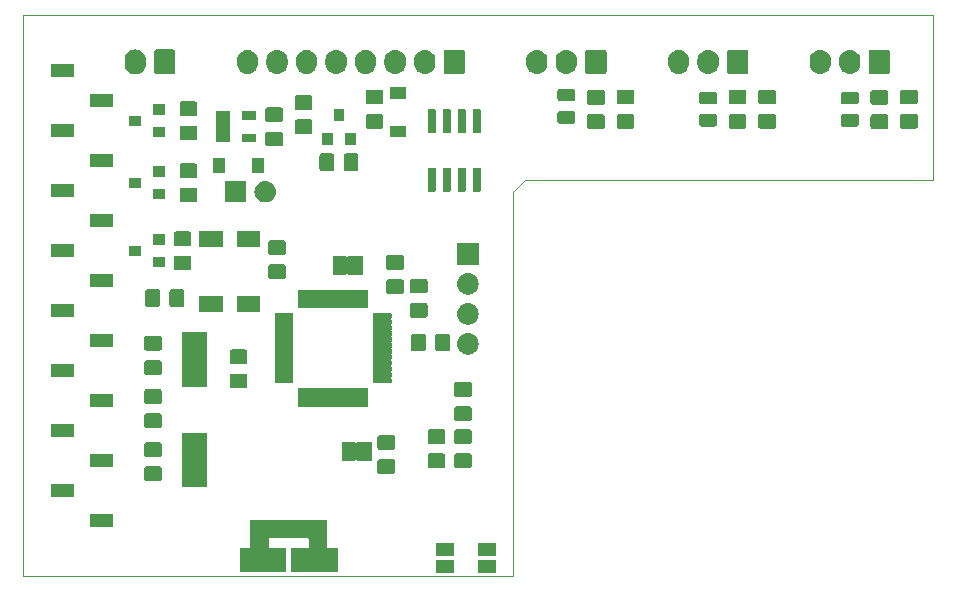
<source format=gbr>
G04 #@! TF.GenerationSoftware,KiCad,Pcbnew,(5.1.2)-2*
G04 #@! TF.CreationDate,2019-11-30T13:10:44+01:00*
G04 #@! TF.ProjectId,bikehub,62696b65-6875-4622-9e6b-696361645f70,rev?*
G04 #@! TF.SameCoordinates,Original*
G04 #@! TF.FileFunction,Soldermask,Top*
G04 #@! TF.FilePolarity,Negative*
%FSLAX46Y46*%
G04 Gerber Fmt 4.6, Leading zero omitted, Abs format (unit mm)*
G04 Created by KiCad (PCBNEW (5.1.2)-2) date 2019-11-30 13:10:44*
%MOMM*%
%LPD*%
G04 APERTURE LIST*
%ADD10C,0.050000*%
%ADD11C,0.150000*%
G04 APERTURE END LIST*
D10*
X125500000Y-52000000D02*
X48500000Y-52000000D01*
X125500000Y-66000000D02*
X125500000Y-52000000D01*
X91000000Y-66000000D02*
X125500000Y-66000000D01*
X90000000Y-67000000D02*
X91000000Y-66000000D01*
X90000000Y-99500000D02*
X90000000Y-67000000D01*
X48500000Y-99500000D02*
X90000000Y-99500000D01*
X48500000Y-52000000D02*
X48500000Y-99500000D01*
D11*
G36*
X88551000Y-99296000D02*
G01*
X87049000Y-99296000D01*
X87049000Y-98144000D01*
X88551000Y-98144000D01*
X88551000Y-99296000D01*
X88551000Y-99296000D01*
G37*
G36*
X84951000Y-99296000D02*
G01*
X83449000Y-99296000D01*
X83449000Y-98144000D01*
X84951000Y-98144000D01*
X84951000Y-99296000D01*
X84951000Y-99296000D01*
G37*
G36*
X74251000Y-97074001D02*
G01*
X74253402Y-97098387D01*
X74260515Y-97121836D01*
X74272066Y-97143447D01*
X74287611Y-97162389D01*
X74306553Y-97177934D01*
X74328164Y-97189485D01*
X74351613Y-97196598D01*
X74375999Y-97199000D01*
X75148500Y-97199000D01*
X75148500Y-99201000D01*
X71201500Y-99201000D01*
X71201500Y-97199000D01*
X72549001Y-97199000D01*
X72573387Y-97196598D01*
X72596836Y-97189485D01*
X72618447Y-97177934D01*
X72637389Y-97162389D01*
X72652934Y-97143447D01*
X72664485Y-97121836D01*
X72671598Y-97098387D01*
X72674000Y-97074001D01*
X72674000Y-96405999D01*
X72671598Y-96381613D01*
X72664485Y-96358164D01*
X72652934Y-96336553D01*
X72637389Y-96317611D01*
X72618447Y-96302066D01*
X72596836Y-96290515D01*
X72573387Y-96283402D01*
X72549001Y-96281000D01*
X69450999Y-96281000D01*
X69426613Y-96283402D01*
X69403164Y-96290515D01*
X69381553Y-96302066D01*
X69362611Y-96317611D01*
X69347066Y-96336553D01*
X69335515Y-96358164D01*
X69328402Y-96381613D01*
X69326000Y-96405999D01*
X69326000Y-97074001D01*
X69328402Y-97098387D01*
X69335515Y-97121836D01*
X69347066Y-97143447D01*
X69362611Y-97162389D01*
X69381553Y-97177934D01*
X69403164Y-97189485D01*
X69426613Y-97196598D01*
X69450999Y-97199000D01*
X70798500Y-97199000D01*
X70798500Y-99201000D01*
X66851500Y-99201000D01*
X66851500Y-97199000D01*
X67624001Y-97199000D01*
X67648387Y-97196598D01*
X67671836Y-97189485D01*
X67693447Y-97177934D01*
X67712389Y-97162389D01*
X67727934Y-97143447D01*
X67739485Y-97121836D01*
X67746598Y-97098387D01*
X67749000Y-97074001D01*
X67749000Y-94799000D01*
X74251000Y-94799000D01*
X74251000Y-97074001D01*
X74251000Y-97074001D01*
G37*
G36*
X88551000Y-97856000D02*
G01*
X87049000Y-97856000D01*
X87049000Y-96704000D01*
X88551000Y-96704000D01*
X88551000Y-97856000D01*
X88551000Y-97856000D01*
G37*
G36*
X84951000Y-97856000D02*
G01*
X83449000Y-97856000D01*
X83449000Y-96704000D01*
X84951000Y-96704000D01*
X84951000Y-97856000D01*
X84951000Y-97856000D01*
G37*
G36*
X56151000Y-95351000D02*
G01*
X54149000Y-95351000D01*
X54149000Y-94249000D01*
X56151000Y-94249000D01*
X56151000Y-95351000D01*
X56151000Y-95351000D01*
G37*
G36*
X52851000Y-92811000D02*
G01*
X50849000Y-92811000D01*
X50849000Y-91709000D01*
X52851000Y-91709000D01*
X52851000Y-92811000D01*
X52851000Y-92811000D01*
G37*
G36*
X64051000Y-92001000D02*
G01*
X61949000Y-92001000D01*
X61949000Y-87399000D01*
X64051000Y-87399000D01*
X64051000Y-92001000D01*
X64051000Y-92001000D01*
G37*
G36*
X60088674Y-90253465D02*
G01*
X60126367Y-90264899D01*
X60161103Y-90283466D01*
X60191548Y-90308452D01*
X60216534Y-90338897D01*
X60235101Y-90373633D01*
X60246535Y-90411326D01*
X60251000Y-90456661D01*
X60251000Y-91293339D01*
X60246535Y-91338674D01*
X60235101Y-91376367D01*
X60216534Y-91411103D01*
X60191548Y-91441548D01*
X60161103Y-91466534D01*
X60126367Y-91485101D01*
X60088674Y-91496535D01*
X60043339Y-91501000D01*
X58956661Y-91501000D01*
X58911326Y-91496535D01*
X58873633Y-91485101D01*
X58838897Y-91466534D01*
X58808452Y-91441548D01*
X58783466Y-91411103D01*
X58764899Y-91376367D01*
X58753465Y-91338674D01*
X58749000Y-91293339D01*
X58749000Y-90456661D01*
X58753465Y-90411326D01*
X58764899Y-90373633D01*
X58783466Y-90338897D01*
X58808452Y-90308452D01*
X58838897Y-90283466D01*
X58873633Y-90264899D01*
X58911326Y-90253465D01*
X58956661Y-90249000D01*
X60043339Y-90249000D01*
X60088674Y-90253465D01*
X60088674Y-90253465D01*
G37*
G36*
X79838674Y-89653465D02*
G01*
X79876367Y-89664899D01*
X79911103Y-89683466D01*
X79941548Y-89708452D01*
X79966534Y-89738897D01*
X79985101Y-89773633D01*
X79996535Y-89811326D01*
X80001000Y-89856661D01*
X80001000Y-90693339D01*
X79996535Y-90738674D01*
X79985101Y-90776367D01*
X79966534Y-90811103D01*
X79941548Y-90841548D01*
X79911103Y-90866534D01*
X79876367Y-90885101D01*
X79838674Y-90896535D01*
X79793339Y-90901000D01*
X78706661Y-90901000D01*
X78661326Y-90896535D01*
X78623633Y-90885101D01*
X78588897Y-90866534D01*
X78558452Y-90841548D01*
X78533466Y-90811103D01*
X78514899Y-90776367D01*
X78503465Y-90738674D01*
X78499000Y-90693339D01*
X78499000Y-89856661D01*
X78503465Y-89811326D01*
X78514899Y-89773633D01*
X78533466Y-89738897D01*
X78558452Y-89708452D01*
X78588897Y-89683466D01*
X78623633Y-89664899D01*
X78661326Y-89653465D01*
X78706661Y-89649000D01*
X79793339Y-89649000D01*
X79838674Y-89653465D01*
X79838674Y-89653465D01*
G37*
G36*
X84088674Y-89153465D02*
G01*
X84126367Y-89164899D01*
X84161103Y-89183466D01*
X84191548Y-89208452D01*
X84216534Y-89238897D01*
X84235101Y-89273633D01*
X84246535Y-89311326D01*
X84251000Y-89356661D01*
X84251000Y-90193339D01*
X84246535Y-90238674D01*
X84235101Y-90276367D01*
X84216534Y-90311103D01*
X84191548Y-90341548D01*
X84161103Y-90366534D01*
X84126367Y-90385101D01*
X84088674Y-90396535D01*
X84043339Y-90401000D01*
X82956661Y-90401000D01*
X82911326Y-90396535D01*
X82873633Y-90385101D01*
X82838897Y-90366534D01*
X82808452Y-90341548D01*
X82783466Y-90311103D01*
X82764899Y-90276367D01*
X82753465Y-90238674D01*
X82749000Y-90193339D01*
X82749000Y-89356661D01*
X82753465Y-89311326D01*
X82764899Y-89273633D01*
X82783466Y-89238897D01*
X82808452Y-89208452D01*
X82838897Y-89183466D01*
X82873633Y-89164899D01*
X82911326Y-89153465D01*
X82956661Y-89149000D01*
X84043339Y-89149000D01*
X84088674Y-89153465D01*
X84088674Y-89153465D01*
G37*
G36*
X86338674Y-89153465D02*
G01*
X86376367Y-89164899D01*
X86411103Y-89183466D01*
X86441548Y-89208452D01*
X86466534Y-89238897D01*
X86485101Y-89273633D01*
X86496535Y-89311326D01*
X86501000Y-89356661D01*
X86501000Y-90193339D01*
X86496535Y-90238674D01*
X86485101Y-90276367D01*
X86466534Y-90311103D01*
X86441548Y-90341548D01*
X86411103Y-90366534D01*
X86376367Y-90385101D01*
X86338674Y-90396535D01*
X86293339Y-90401000D01*
X85206661Y-90401000D01*
X85161326Y-90396535D01*
X85123633Y-90385101D01*
X85088897Y-90366534D01*
X85058452Y-90341548D01*
X85033466Y-90311103D01*
X85014899Y-90276367D01*
X85003465Y-90238674D01*
X84999000Y-90193339D01*
X84999000Y-89356661D01*
X85003465Y-89311326D01*
X85014899Y-89273633D01*
X85033466Y-89238897D01*
X85058452Y-89208452D01*
X85088897Y-89183466D01*
X85123633Y-89164899D01*
X85161326Y-89153465D01*
X85206661Y-89149000D01*
X86293339Y-89149000D01*
X86338674Y-89153465D01*
X86338674Y-89153465D01*
G37*
G36*
X56151000Y-90271000D02*
G01*
X54149000Y-90271000D01*
X54149000Y-89169000D01*
X56151000Y-89169000D01*
X56151000Y-90271000D01*
X56151000Y-90271000D01*
G37*
G36*
X76534999Y-88199737D02*
G01*
X76544608Y-88202652D01*
X76553472Y-88207390D01*
X76561212Y-88213742D01*
X76561213Y-88213743D01*
X76561237Y-88213763D01*
X76567640Y-88221573D01*
X76567677Y-88221628D01*
X76575480Y-88231147D01*
X76575511Y-88231122D01*
X76586853Y-88244972D01*
X76605779Y-88260537D01*
X76627377Y-88272111D01*
X76650819Y-88279249D01*
X76675202Y-88281676D01*
X76699591Y-88279300D01*
X76723047Y-88272211D01*
X76744670Y-88260682D01*
X76763628Y-88245157D01*
X76779193Y-88226231D01*
X76781029Y-88223175D01*
X76782418Y-88221486D01*
X76782419Y-88221484D01*
X76788801Y-88213725D01*
X76796573Y-88207360D01*
X76796575Y-88207358D01*
X76805399Y-88202654D01*
X76805438Y-88202633D01*
X76815055Y-88199727D01*
X76815085Y-88199718D01*
X76831113Y-88198148D01*
X77968860Y-88198148D01*
X77984999Y-88199737D01*
X77994608Y-88202652D01*
X78003472Y-88207390D01*
X78011237Y-88213763D01*
X78017610Y-88221528D01*
X78022348Y-88230392D01*
X78025263Y-88240001D01*
X78026852Y-88256140D01*
X78026852Y-89743860D01*
X78025263Y-89759999D01*
X78022348Y-89769608D01*
X78017610Y-89778472D01*
X78011237Y-89786237D01*
X78003472Y-89792610D01*
X77994608Y-89797348D01*
X77984999Y-89800263D01*
X77968860Y-89801852D01*
X76831140Y-89801852D01*
X76815001Y-89800263D01*
X76805392Y-89797348D01*
X76796528Y-89792610D01*
X76788763Y-89786237D01*
X76778116Y-89773263D01*
X76771947Y-89764032D01*
X76754619Y-89746706D01*
X76734244Y-89733093D01*
X76711605Y-89723717D01*
X76687572Y-89718937D01*
X76663068Y-89718938D01*
X76639035Y-89723720D01*
X76616396Y-89733098D01*
X76596022Y-89746713D01*
X76578696Y-89764041D01*
X76571825Y-89773317D01*
X76567640Y-89778427D01*
X76561275Y-89786199D01*
X76553516Y-89792581D01*
X76544661Y-89797326D01*
X76541623Y-89798251D01*
X76535085Y-89800242D01*
X76535082Y-89800242D01*
X76535050Y-89800252D01*
X76525000Y-89801247D01*
X76524935Y-89801247D01*
X76518825Y-89801852D01*
X75531140Y-89801852D01*
X75515001Y-89800263D01*
X75505392Y-89797348D01*
X75496528Y-89792610D01*
X75488763Y-89786237D01*
X75482390Y-89778472D01*
X75477652Y-89769608D01*
X75474737Y-89759999D01*
X75473148Y-89743860D01*
X75473148Y-88256140D01*
X75474737Y-88240001D01*
X75477652Y-88230392D01*
X75482390Y-88221528D01*
X75488763Y-88213763D01*
X75496528Y-88207390D01*
X75505392Y-88202652D01*
X75515001Y-88199737D01*
X75531140Y-88198148D01*
X76518860Y-88198148D01*
X76534999Y-88199737D01*
X76534999Y-88199737D01*
G37*
G36*
X60088674Y-88203465D02*
G01*
X60126367Y-88214899D01*
X60161103Y-88233466D01*
X60191548Y-88258452D01*
X60216534Y-88288897D01*
X60235101Y-88323633D01*
X60246535Y-88361326D01*
X60251000Y-88406661D01*
X60251000Y-89243339D01*
X60246535Y-89288674D01*
X60235101Y-89326367D01*
X60216534Y-89361103D01*
X60191548Y-89391548D01*
X60161103Y-89416534D01*
X60126367Y-89435101D01*
X60088674Y-89446535D01*
X60043339Y-89451000D01*
X58956661Y-89451000D01*
X58911326Y-89446535D01*
X58873633Y-89435101D01*
X58838897Y-89416534D01*
X58808452Y-89391548D01*
X58783466Y-89361103D01*
X58764899Y-89326367D01*
X58753465Y-89288674D01*
X58749000Y-89243339D01*
X58749000Y-88406661D01*
X58753465Y-88361326D01*
X58764899Y-88323633D01*
X58783466Y-88288897D01*
X58808452Y-88258452D01*
X58838897Y-88233466D01*
X58873633Y-88214899D01*
X58911326Y-88203465D01*
X58956661Y-88199000D01*
X60043339Y-88199000D01*
X60088674Y-88203465D01*
X60088674Y-88203465D01*
G37*
G36*
X79838674Y-87603465D02*
G01*
X79876367Y-87614899D01*
X79911103Y-87633466D01*
X79941548Y-87658452D01*
X79966534Y-87688897D01*
X79985101Y-87723633D01*
X79996535Y-87761326D01*
X80001000Y-87806661D01*
X80001000Y-88643339D01*
X79996535Y-88688674D01*
X79985101Y-88726367D01*
X79966534Y-88761103D01*
X79941548Y-88791548D01*
X79911103Y-88816534D01*
X79876367Y-88835101D01*
X79838674Y-88846535D01*
X79793339Y-88851000D01*
X78706661Y-88851000D01*
X78661326Y-88846535D01*
X78623633Y-88835101D01*
X78588897Y-88816534D01*
X78558452Y-88791548D01*
X78533466Y-88761103D01*
X78514899Y-88726367D01*
X78503465Y-88688674D01*
X78499000Y-88643339D01*
X78499000Y-87806661D01*
X78503465Y-87761326D01*
X78514899Y-87723633D01*
X78533466Y-87688897D01*
X78558452Y-87658452D01*
X78588897Y-87633466D01*
X78623633Y-87614899D01*
X78661326Y-87603465D01*
X78706661Y-87599000D01*
X79793339Y-87599000D01*
X79838674Y-87603465D01*
X79838674Y-87603465D01*
G37*
G36*
X86338674Y-87103465D02*
G01*
X86376367Y-87114899D01*
X86411103Y-87133466D01*
X86441548Y-87158452D01*
X86466534Y-87188897D01*
X86485101Y-87223633D01*
X86496535Y-87261326D01*
X86501000Y-87306661D01*
X86501000Y-88143339D01*
X86496535Y-88188674D01*
X86485101Y-88226367D01*
X86466534Y-88261103D01*
X86441548Y-88291548D01*
X86411103Y-88316534D01*
X86376367Y-88335101D01*
X86338674Y-88346535D01*
X86293339Y-88351000D01*
X85206661Y-88351000D01*
X85161326Y-88346535D01*
X85123633Y-88335101D01*
X85088897Y-88316534D01*
X85058452Y-88291548D01*
X85033466Y-88261103D01*
X85014899Y-88226367D01*
X85003465Y-88188674D01*
X84999000Y-88143339D01*
X84999000Y-87306661D01*
X85003465Y-87261326D01*
X85014899Y-87223633D01*
X85033466Y-87188897D01*
X85058452Y-87158452D01*
X85088897Y-87133466D01*
X85123633Y-87114899D01*
X85161326Y-87103465D01*
X85206661Y-87099000D01*
X86293339Y-87099000D01*
X86338674Y-87103465D01*
X86338674Y-87103465D01*
G37*
G36*
X84088674Y-87103465D02*
G01*
X84126367Y-87114899D01*
X84161103Y-87133466D01*
X84191548Y-87158452D01*
X84216534Y-87188897D01*
X84235101Y-87223633D01*
X84246535Y-87261326D01*
X84251000Y-87306661D01*
X84251000Y-88143339D01*
X84246535Y-88188674D01*
X84235101Y-88226367D01*
X84216534Y-88261103D01*
X84191548Y-88291548D01*
X84161103Y-88316534D01*
X84126367Y-88335101D01*
X84088674Y-88346535D01*
X84043339Y-88351000D01*
X82956661Y-88351000D01*
X82911326Y-88346535D01*
X82873633Y-88335101D01*
X82838897Y-88316534D01*
X82808452Y-88291548D01*
X82783466Y-88261103D01*
X82764899Y-88226367D01*
X82753465Y-88188674D01*
X82749000Y-88143339D01*
X82749000Y-87306661D01*
X82753465Y-87261326D01*
X82764899Y-87223633D01*
X82783466Y-87188897D01*
X82808452Y-87158452D01*
X82838897Y-87133466D01*
X82873633Y-87114899D01*
X82911326Y-87103465D01*
X82956661Y-87099000D01*
X84043339Y-87099000D01*
X84088674Y-87103465D01*
X84088674Y-87103465D01*
G37*
G36*
X52851000Y-87731000D02*
G01*
X50849000Y-87731000D01*
X50849000Y-86629000D01*
X52851000Y-86629000D01*
X52851000Y-87731000D01*
X52851000Y-87731000D01*
G37*
G36*
X60088674Y-85753465D02*
G01*
X60126367Y-85764899D01*
X60161103Y-85783466D01*
X60191548Y-85808452D01*
X60216534Y-85838897D01*
X60235101Y-85873633D01*
X60246535Y-85911326D01*
X60251000Y-85956661D01*
X60251000Y-86793339D01*
X60246535Y-86838674D01*
X60235101Y-86876367D01*
X60216534Y-86911103D01*
X60191548Y-86941548D01*
X60161103Y-86966534D01*
X60126367Y-86985101D01*
X60088674Y-86996535D01*
X60043339Y-87001000D01*
X58956661Y-87001000D01*
X58911326Y-86996535D01*
X58873633Y-86985101D01*
X58838897Y-86966534D01*
X58808452Y-86941548D01*
X58783466Y-86911103D01*
X58764899Y-86876367D01*
X58753465Y-86838674D01*
X58749000Y-86793339D01*
X58749000Y-85956661D01*
X58753465Y-85911326D01*
X58764899Y-85873633D01*
X58783466Y-85838897D01*
X58808452Y-85808452D01*
X58838897Y-85783466D01*
X58873633Y-85764899D01*
X58911326Y-85753465D01*
X58956661Y-85749000D01*
X60043339Y-85749000D01*
X60088674Y-85753465D01*
X60088674Y-85753465D01*
G37*
G36*
X86338674Y-85153465D02*
G01*
X86376367Y-85164899D01*
X86411103Y-85183466D01*
X86441548Y-85208452D01*
X86466534Y-85238897D01*
X86485101Y-85273633D01*
X86496535Y-85311326D01*
X86501000Y-85356661D01*
X86501000Y-86193339D01*
X86496535Y-86238674D01*
X86485101Y-86276367D01*
X86466534Y-86311103D01*
X86441548Y-86341548D01*
X86411103Y-86366534D01*
X86376367Y-86385101D01*
X86338674Y-86396535D01*
X86293339Y-86401000D01*
X85206661Y-86401000D01*
X85161326Y-86396535D01*
X85123633Y-86385101D01*
X85088897Y-86366534D01*
X85058452Y-86341548D01*
X85033466Y-86311103D01*
X85014899Y-86276367D01*
X85003465Y-86238674D01*
X84999000Y-86193339D01*
X84999000Y-85356661D01*
X85003465Y-85311326D01*
X85014899Y-85273633D01*
X85033466Y-85238897D01*
X85058452Y-85208452D01*
X85088897Y-85183466D01*
X85123633Y-85164899D01*
X85161326Y-85153465D01*
X85206661Y-85149000D01*
X86293339Y-85149000D01*
X86338674Y-85153465D01*
X86338674Y-85153465D01*
G37*
G36*
X72170295Y-83625323D02*
G01*
X72177309Y-83627451D01*
X72191077Y-83634810D01*
X72213716Y-83644187D01*
X72237749Y-83648967D01*
X72262253Y-83648967D01*
X72286286Y-83644186D01*
X72308923Y-83634810D01*
X72322691Y-83627451D01*
X72329705Y-83625323D01*
X72343140Y-83624000D01*
X72656860Y-83624000D01*
X72670295Y-83625323D01*
X72677309Y-83627451D01*
X72691077Y-83634810D01*
X72713716Y-83644187D01*
X72737749Y-83648967D01*
X72762253Y-83648967D01*
X72786286Y-83644186D01*
X72808923Y-83634810D01*
X72822691Y-83627451D01*
X72829705Y-83625323D01*
X72843140Y-83624000D01*
X73156860Y-83624000D01*
X73170295Y-83625323D01*
X73177309Y-83627451D01*
X73191077Y-83634810D01*
X73213716Y-83644187D01*
X73237749Y-83648967D01*
X73262253Y-83648967D01*
X73286286Y-83644186D01*
X73308923Y-83634810D01*
X73322691Y-83627451D01*
X73329705Y-83625323D01*
X73343140Y-83624000D01*
X73656860Y-83624000D01*
X73670295Y-83625323D01*
X73677309Y-83627451D01*
X73691077Y-83634810D01*
X73713716Y-83644187D01*
X73737749Y-83648967D01*
X73762253Y-83648967D01*
X73786286Y-83644186D01*
X73808923Y-83634810D01*
X73822691Y-83627451D01*
X73829705Y-83625323D01*
X73843140Y-83624000D01*
X74156860Y-83624000D01*
X74170295Y-83625323D01*
X74177309Y-83627451D01*
X74191077Y-83634810D01*
X74213716Y-83644187D01*
X74237749Y-83648967D01*
X74262253Y-83648967D01*
X74286286Y-83644186D01*
X74308923Y-83634810D01*
X74322691Y-83627451D01*
X74329705Y-83625323D01*
X74343140Y-83624000D01*
X74656860Y-83624000D01*
X74670295Y-83625323D01*
X74677309Y-83627451D01*
X74691077Y-83634810D01*
X74713716Y-83644187D01*
X74737749Y-83648967D01*
X74762253Y-83648967D01*
X74786286Y-83644186D01*
X74808923Y-83634810D01*
X74822691Y-83627451D01*
X74829705Y-83625323D01*
X74843140Y-83624000D01*
X75156860Y-83624000D01*
X75170295Y-83625323D01*
X75177309Y-83627451D01*
X75191077Y-83634810D01*
X75213716Y-83644187D01*
X75237749Y-83648967D01*
X75262253Y-83648967D01*
X75286286Y-83644186D01*
X75308923Y-83634810D01*
X75322691Y-83627451D01*
X75329705Y-83625323D01*
X75343140Y-83624000D01*
X75656860Y-83624000D01*
X75670295Y-83625323D01*
X75677309Y-83627451D01*
X75691077Y-83634810D01*
X75713716Y-83644187D01*
X75737749Y-83648967D01*
X75762253Y-83648967D01*
X75786286Y-83644186D01*
X75808923Y-83634810D01*
X75822691Y-83627451D01*
X75829705Y-83625323D01*
X75843140Y-83624000D01*
X76156860Y-83624000D01*
X76170295Y-83625323D01*
X76177309Y-83627451D01*
X76191077Y-83634810D01*
X76213716Y-83644187D01*
X76237749Y-83648967D01*
X76262253Y-83648967D01*
X76286286Y-83644186D01*
X76308923Y-83634810D01*
X76322691Y-83627451D01*
X76329705Y-83625323D01*
X76343140Y-83624000D01*
X76656860Y-83624000D01*
X76670295Y-83625323D01*
X76677309Y-83627451D01*
X76691077Y-83634810D01*
X76713716Y-83644187D01*
X76737749Y-83648967D01*
X76762253Y-83648967D01*
X76786286Y-83644186D01*
X76808923Y-83634810D01*
X76822691Y-83627451D01*
X76829705Y-83625323D01*
X76843140Y-83624000D01*
X77156860Y-83624000D01*
X77170295Y-83625323D01*
X77177309Y-83627451D01*
X77191077Y-83634810D01*
X77213716Y-83644187D01*
X77237749Y-83648967D01*
X77262253Y-83648967D01*
X77286286Y-83644186D01*
X77308923Y-83634810D01*
X77322691Y-83627451D01*
X77329705Y-83625323D01*
X77343140Y-83624000D01*
X77656860Y-83624000D01*
X77670295Y-83625323D01*
X77677310Y-83627451D01*
X77683776Y-83630908D01*
X77689442Y-83635558D01*
X77694092Y-83641224D01*
X77697549Y-83647690D01*
X77699677Y-83654705D01*
X77701000Y-83668140D01*
X77701000Y-85156860D01*
X77699677Y-85170295D01*
X77697549Y-85177310D01*
X77694092Y-85183776D01*
X77689442Y-85189442D01*
X77683776Y-85194092D01*
X77677310Y-85197549D01*
X77670295Y-85199677D01*
X77656860Y-85201000D01*
X77343140Y-85201000D01*
X77329705Y-85199677D01*
X77322691Y-85197549D01*
X77308923Y-85190190D01*
X77286284Y-85180813D01*
X77262251Y-85176033D01*
X77237747Y-85176033D01*
X77213714Y-85180814D01*
X77191077Y-85190190D01*
X77177309Y-85197549D01*
X77170295Y-85199677D01*
X77156860Y-85201000D01*
X76843140Y-85201000D01*
X76829705Y-85199677D01*
X76822691Y-85197549D01*
X76808923Y-85190190D01*
X76786284Y-85180813D01*
X76762251Y-85176033D01*
X76737747Y-85176033D01*
X76713714Y-85180814D01*
X76691077Y-85190190D01*
X76677309Y-85197549D01*
X76670295Y-85199677D01*
X76656860Y-85201000D01*
X76343140Y-85201000D01*
X76329705Y-85199677D01*
X76322691Y-85197549D01*
X76308923Y-85190190D01*
X76286284Y-85180813D01*
X76262251Y-85176033D01*
X76237747Y-85176033D01*
X76213714Y-85180814D01*
X76191077Y-85190190D01*
X76177309Y-85197549D01*
X76170295Y-85199677D01*
X76156860Y-85201000D01*
X75843140Y-85201000D01*
X75829705Y-85199677D01*
X75822691Y-85197549D01*
X75808923Y-85190190D01*
X75786284Y-85180813D01*
X75762251Y-85176033D01*
X75737747Y-85176033D01*
X75713714Y-85180814D01*
X75691077Y-85190190D01*
X75677309Y-85197549D01*
X75670295Y-85199677D01*
X75656860Y-85201000D01*
X75343140Y-85201000D01*
X75329705Y-85199677D01*
X75322691Y-85197549D01*
X75308923Y-85190190D01*
X75286284Y-85180813D01*
X75262251Y-85176033D01*
X75237747Y-85176033D01*
X75213714Y-85180814D01*
X75191077Y-85190190D01*
X75177309Y-85197549D01*
X75170295Y-85199677D01*
X75156860Y-85201000D01*
X74843140Y-85201000D01*
X74829705Y-85199677D01*
X74822691Y-85197549D01*
X74808923Y-85190190D01*
X74786284Y-85180813D01*
X74762251Y-85176033D01*
X74737747Y-85176033D01*
X74713714Y-85180814D01*
X74691077Y-85190190D01*
X74677309Y-85197549D01*
X74670295Y-85199677D01*
X74656860Y-85201000D01*
X74343140Y-85201000D01*
X74329705Y-85199677D01*
X74322691Y-85197549D01*
X74308923Y-85190190D01*
X74286284Y-85180813D01*
X74262251Y-85176033D01*
X74237747Y-85176033D01*
X74213714Y-85180814D01*
X74191077Y-85190190D01*
X74177309Y-85197549D01*
X74170295Y-85199677D01*
X74156860Y-85201000D01*
X73843140Y-85201000D01*
X73829705Y-85199677D01*
X73822691Y-85197549D01*
X73808923Y-85190190D01*
X73786284Y-85180813D01*
X73762251Y-85176033D01*
X73737747Y-85176033D01*
X73713714Y-85180814D01*
X73691077Y-85190190D01*
X73677309Y-85197549D01*
X73670295Y-85199677D01*
X73656860Y-85201000D01*
X73343140Y-85201000D01*
X73329705Y-85199677D01*
X73322691Y-85197549D01*
X73308923Y-85190190D01*
X73286284Y-85180813D01*
X73262251Y-85176033D01*
X73237747Y-85176033D01*
X73213714Y-85180814D01*
X73191077Y-85190190D01*
X73177309Y-85197549D01*
X73170295Y-85199677D01*
X73156860Y-85201000D01*
X72843140Y-85201000D01*
X72829705Y-85199677D01*
X72822691Y-85197549D01*
X72808923Y-85190190D01*
X72786284Y-85180813D01*
X72762251Y-85176033D01*
X72737747Y-85176033D01*
X72713714Y-85180814D01*
X72691077Y-85190190D01*
X72677309Y-85197549D01*
X72670295Y-85199677D01*
X72656860Y-85201000D01*
X72343140Y-85201000D01*
X72329705Y-85199677D01*
X72322691Y-85197549D01*
X72308923Y-85190190D01*
X72286284Y-85180813D01*
X72262251Y-85176033D01*
X72237747Y-85176033D01*
X72213714Y-85180814D01*
X72191077Y-85190190D01*
X72177309Y-85197549D01*
X72170295Y-85199677D01*
X72156860Y-85201000D01*
X71843140Y-85201000D01*
X71829705Y-85199677D01*
X71822690Y-85197549D01*
X71816224Y-85194092D01*
X71810558Y-85189442D01*
X71805908Y-85183776D01*
X71802451Y-85177310D01*
X71800323Y-85170295D01*
X71799000Y-85156860D01*
X71799000Y-83668140D01*
X71800323Y-83654705D01*
X71802451Y-83647690D01*
X71805908Y-83641224D01*
X71810558Y-83635558D01*
X71816224Y-83630908D01*
X71822690Y-83627451D01*
X71829705Y-83625323D01*
X71843140Y-83624000D01*
X72156860Y-83624000D01*
X72170295Y-83625323D01*
X72170295Y-83625323D01*
G37*
G36*
X56151000Y-85191000D02*
G01*
X54149000Y-85191000D01*
X54149000Y-84089000D01*
X56151000Y-84089000D01*
X56151000Y-85191000D01*
X56151000Y-85191000D01*
G37*
G36*
X60088674Y-83703465D02*
G01*
X60126367Y-83714899D01*
X60161103Y-83733466D01*
X60191548Y-83758452D01*
X60216534Y-83788897D01*
X60235101Y-83823633D01*
X60246535Y-83861326D01*
X60251000Y-83906661D01*
X60251000Y-84743339D01*
X60246535Y-84788674D01*
X60235101Y-84826367D01*
X60216534Y-84861103D01*
X60191548Y-84891548D01*
X60161103Y-84916534D01*
X60126367Y-84935101D01*
X60088674Y-84946535D01*
X60043339Y-84951000D01*
X58956661Y-84951000D01*
X58911326Y-84946535D01*
X58873633Y-84935101D01*
X58838897Y-84916534D01*
X58808452Y-84891548D01*
X58783466Y-84861103D01*
X58764899Y-84826367D01*
X58753465Y-84788674D01*
X58749000Y-84743339D01*
X58749000Y-83906661D01*
X58753465Y-83861326D01*
X58764899Y-83823633D01*
X58783466Y-83788897D01*
X58808452Y-83758452D01*
X58838897Y-83733466D01*
X58873633Y-83714899D01*
X58911326Y-83703465D01*
X58956661Y-83699000D01*
X60043339Y-83699000D01*
X60088674Y-83703465D01*
X60088674Y-83703465D01*
G37*
G36*
X86338674Y-83103465D02*
G01*
X86376367Y-83114899D01*
X86411103Y-83133466D01*
X86441548Y-83158452D01*
X86466534Y-83188897D01*
X86485101Y-83223633D01*
X86496535Y-83261326D01*
X86501000Y-83306661D01*
X86501000Y-84143339D01*
X86496535Y-84188674D01*
X86485101Y-84226367D01*
X86466534Y-84261103D01*
X86441548Y-84291548D01*
X86411103Y-84316534D01*
X86376367Y-84335101D01*
X86338674Y-84346535D01*
X86293339Y-84351000D01*
X85206661Y-84351000D01*
X85161326Y-84346535D01*
X85123633Y-84335101D01*
X85088897Y-84316534D01*
X85058452Y-84291548D01*
X85033466Y-84261103D01*
X85014899Y-84226367D01*
X85003465Y-84188674D01*
X84999000Y-84143339D01*
X84999000Y-83306661D01*
X85003465Y-83261326D01*
X85014899Y-83223633D01*
X85033466Y-83188897D01*
X85058452Y-83158452D01*
X85088897Y-83133466D01*
X85123633Y-83114899D01*
X85161326Y-83103465D01*
X85206661Y-83099000D01*
X86293339Y-83099000D01*
X86338674Y-83103465D01*
X86338674Y-83103465D01*
G37*
G36*
X67338674Y-82403465D02*
G01*
X67376367Y-82414899D01*
X67411103Y-82433466D01*
X67441548Y-82458452D01*
X67466534Y-82488897D01*
X67485101Y-82523633D01*
X67496535Y-82561326D01*
X67501000Y-82606661D01*
X67501000Y-83443339D01*
X67496535Y-83488674D01*
X67485101Y-83526367D01*
X67466534Y-83561103D01*
X67441548Y-83591548D01*
X67411103Y-83616534D01*
X67376367Y-83635101D01*
X67338674Y-83646535D01*
X67293339Y-83651000D01*
X66206661Y-83651000D01*
X66161326Y-83646535D01*
X66123633Y-83635101D01*
X66088897Y-83616534D01*
X66058452Y-83591548D01*
X66033466Y-83561103D01*
X66014899Y-83526367D01*
X66003465Y-83488674D01*
X65999000Y-83443339D01*
X65999000Y-82606661D01*
X66003465Y-82561326D01*
X66014899Y-82523633D01*
X66033466Y-82488897D01*
X66058452Y-82458452D01*
X66088897Y-82433466D01*
X66123633Y-82414899D01*
X66161326Y-82403465D01*
X66206661Y-82399000D01*
X67293339Y-82399000D01*
X67338674Y-82403465D01*
X67338674Y-82403465D01*
G37*
G36*
X64051000Y-83501000D02*
G01*
X61949000Y-83501000D01*
X61949000Y-78899000D01*
X64051000Y-78899000D01*
X64051000Y-83501000D01*
X64051000Y-83501000D01*
G37*
G36*
X71345295Y-77300323D02*
G01*
X71352310Y-77302451D01*
X71358776Y-77305908D01*
X71364442Y-77310558D01*
X71369092Y-77316224D01*
X71372549Y-77322690D01*
X71374677Y-77329705D01*
X71376000Y-77343140D01*
X71376000Y-77656860D01*
X71374677Y-77670295D01*
X71372549Y-77677309D01*
X71365190Y-77691077D01*
X71355813Y-77713716D01*
X71351033Y-77737749D01*
X71351033Y-77762253D01*
X71355814Y-77786286D01*
X71365190Y-77808923D01*
X71372549Y-77822691D01*
X71374677Y-77829705D01*
X71376000Y-77843140D01*
X71376000Y-78156860D01*
X71374677Y-78170295D01*
X71372549Y-78177309D01*
X71365190Y-78191077D01*
X71355813Y-78213716D01*
X71351033Y-78237749D01*
X71351033Y-78262253D01*
X71355814Y-78286286D01*
X71365190Y-78308923D01*
X71372549Y-78322691D01*
X71374677Y-78329705D01*
X71376000Y-78343140D01*
X71376000Y-78656860D01*
X71374677Y-78670295D01*
X71372549Y-78677309D01*
X71365190Y-78691077D01*
X71355813Y-78713716D01*
X71351033Y-78737749D01*
X71351033Y-78762253D01*
X71355814Y-78786286D01*
X71365190Y-78808923D01*
X71372549Y-78822691D01*
X71374677Y-78829705D01*
X71376000Y-78843140D01*
X71376000Y-79156860D01*
X71374677Y-79170295D01*
X71372549Y-79177309D01*
X71365190Y-79191077D01*
X71355813Y-79213716D01*
X71351033Y-79237749D01*
X71351033Y-79262253D01*
X71355814Y-79286286D01*
X71365190Y-79308923D01*
X71372549Y-79322691D01*
X71374677Y-79329705D01*
X71376000Y-79343140D01*
X71376000Y-79656860D01*
X71374677Y-79670295D01*
X71372549Y-79677309D01*
X71365190Y-79691077D01*
X71355813Y-79713716D01*
X71351033Y-79737749D01*
X71351033Y-79762253D01*
X71355814Y-79786286D01*
X71365190Y-79808923D01*
X71372549Y-79822691D01*
X71374677Y-79829705D01*
X71376000Y-79843140D01*
X71376000Y-80156860D01*
X71374677Y-80170295D01*
X71372549Y-80177309D01*
X71365190Y-80191077D01*
X71355813Y-80213716D01*
X71351033Y-80237749D01*
X71351033Y-80262253D01*
X71355814Y-80286286D01*
X71365190Y-80308923D01*
X71372549Y-80322691D01*
X71374677Y-80329705D01*
X71376000Y-80343140D01*
X71376000Y-80656860D01*
X71374677Y-80670295D01*
X71372549Y-80677309D01*
X71365190Y-80691077D01*
X71355813Y-80713716D01*
X71351033Y-80737749D01*
X71351033Y-80762253D01*
X71355814Y-80786286D01*
X71365190Y-80808923D01*
X71372549Y-80822691D01*
X71374677Y-80829705D01*
X71376000Y-80843140D01*
X71376000Y-81156860D01*
X71374677Y-81170295D01*
X71372549Y-81177309D01*
X71365190Y-81191077D01*
X71355813Y-81213716D01*
X71351033Y-81237749D01*
X71351033Y-81262253D01*
X71355814Y-81286286D01*
X71365190Y-81308923D01*
X71372549Y-81322691D01*
X71374677Y-81329705D01*
X71376000Y-81343140D01*
X71376000Y-81656860D01*
X71374677Y-81670295D01*
X71372549Y-81677309D01*
X71365190Y-81691077D01*
X71355813Y-81713716D01*
X71351033Y-81737749D01*
X71351033Y-81762253D01*
X71355814Y-81786286D01*
X71365190Y-81808923D01*
X71372549Y-81822691D01*
X71374677Y-81829705D01*
X71376000Y-81843140D01*
X71376000Y-82156860D01*
X71374677Y-82170295D01*
X71372549Y-82177309D01*
X71365190Y-82191077D01*
X71355813Y-82213716D01*
X71351033Y-82237749D01*
X71351033Y-82262253D01*
X71355814Y-82286286D01*
X71365190Y-82308923D01*
X71372549Y-82322691D01*
X71374677Y-82329705D01*
X71376000Y-82343140D01*
X71376000Y-82656860D01*
X71374677Y-82670295D01*
X71372549Y-82677309D01*
X71365190Y-82691077D01*
X71355813Y-82713716D01*
X71351033Y-82737749D01*
X71351033Y-82762253D01*
X71355814Y-82786286D01*
X71365190Y-82808923D01*
X71372549Y-82822691D01*
X71374677Y-82829705D01*
X71376000Y-82843140D01*
X71376000Y-83156860D01*
X71374677Y-83170295D01*
X71372549Y-83177310D01*
X71369092Y-83183776D01*
X71364442Y-83189442D01*
X71358776Y-83194092D01*
X71352310Y-83197549D01*
X71345295Y-83199677D01*
X71331860Y-83201000D01*
X69843140Y-83201000D01*
X69829705Y-83199677D01*
X69822690Y-83197549D01*
X69816224Y-83194092D01*
X69810558Y-83189442D01*
X69805908Y-83183776D01*
X69802451Y-83177310D01*
X69800323Y-83170295D01*
X69799000Y-83156860D01*
X69799000Y-82843140D01*
X69800323Y-82829705D01*
X69802451Y-82822691D01*
X69809810Y-82808923D01*
X69819187Y-82786284D01*
X69823967Y-82762251D01*
X69823967Y-82737747D01*
X69819186Y-82713714D01*
X69809810Y-82691077D01*
X69802451Y-82677309D01*
X69800323Y-82670295D01*
X69799000Y-82656860D01*
X69799000Y-82343140D01*
X69800323Y-82329705D01*
X69802451Y-82322691D01*
X69809810Y-82308923D01*
X69819187Y-82286284D01*
X69823967Y-82262251D01*
X69823967Y-82237747D01*
X69819186Y-82213714D01*
X69809810Y-82191077D01*
X69802451Y-82177309D01*
X69800323Y-82170295D01*
X69799000Y-82156860D01*
X69799000Y-81843140D01*
X69800323Y-81829705D01*
X69802451Y-81822691D01*
X69809810Y-81808923D01*
X69819187Y-81786284D01*
X69823967Y-81762251D01*
X69823967Y-81737747D01*
X69819186Y-81713714D01*
X69809810Y-81691077D01*
X69802451Y-81677309D01*
X69800323Y-81670295D01*
X69799000Y-81656860D01*
X69799000Y-81343140D01*
X69800323Y-81329705D01*
X69802451Y-81322691D01*
X69809810Y-81308923D01*
X69819187Y-81286284D01*
X69823967Y-81262251D01*
X69823967Y-81237747D01*
X69819186Y-81213714D01*
X69809810Y-81191077D01*
X69802451Y-81177309D01*
X69800323Y-81170295D01*
X69799000Y-81156860D01*
X69799000Y-80843140D01*
X69800323Y-80829705D01*
X69802451Y-80822691D01*
X69809810Y-80808923D01*
X69819187Y-80786284D01*
X69823967Y-80762251D01*
X69823967Y-80737747D01*
X69819186Y-80713714D01*
X69809810Y-80691077D01*
X69802451Y-80677309D01*
X69800323Y-80670295D01*
X69799000Y-80656860D01*
X69799000Y-80343140D01*
X69800323Y-80329705D01*
X69802451Y-80322691D01*
X69809810Y-80308923D01*
X69819187Y-80286284D01*
X69823967Y-80262251D01*
X69823967Y-80237747D01*
X69819186Y-80213714D01*
X69809810Y-80191077D01*
X69802451Y-80177309D01*
X69800323Y-80170295D01*
X69799000Y-80156860D01*
X69799000Y-79843140D01*
X69800323Y-79829705D01*
X69802451Y-79822691D01*
X69809810Y-79808923D01*
X69819187Y-79786284D01*
X69823967Y-79762251D01*
X69823967Y-79737747D01*
X69819186Y-79713714D01*
X69809810Y-79691077D01*
X69802451Y-79677309D01*
X69800323Y-79670295D01*
X69799000Y-79656860D01*
X69799000Y-79343140D01*
X69800323Y-79329705D01*
X69802451Y-79322691D01*
X69809810Y-79308923D01*
X69819187Y-79286284D01*
X69823967Y-79262251D01*
X69823967Y-79237747D01*
X69819186Y-79213714D01*
X69809810Y-79191077D01*
X69802451Y-79177309D01*
X69800323Y-79170295D01*
X69799000Y-79156860D01*
X69799000Y-78843140D01*
X69800323Y-78829705D01*
X69802451Y-78822691D01*
X69809810Y-78808923D01*
X69819187Y-78786284D01*
X69823967Y-78762251D01*
X69823967Y-78737747D01*
X69819186Y-78713714D01*
X69809810Y-78691077D01*
X69802451Y-78677309D01*
X69800323Y-78670295D01*
X69799000Y-78656860D01*
X69799000Y-78343140D01*
X69800323Y-78329705D01*
X69802451Y-78322691D01*
X69809810Y-78308923D01*
X69819187Y-78286284D01*
X69823967Y-78262251D01*
X69823967Y-78237747D01*
X69819186Y-78213714D01*
X69809810Y-78191077D01*
X69802451Y-78177309D01*
X69800323Y-78170295D01*
X69799000Y-78156860D01*
X69799000Y-77843140D01*
X69800323Y-77829705D01*
X69802451Y-77822691D01*
X69809810Y-77808923D01*
X69819187Y-77786284D01*
X69823967Y-77762251D01*
X69823967Y-77737747D01*
X69819186Y-77713714D01*
X69809810Y-77691077D01*
X69802451Y-77677309D01*
X69800323Y-77670295D01*
X69799000Y-77656860D01*
X69799000Y-77343140D01*
X69800323Y-77329705D01*
X69802451Y-77322690D01*
X69805908Y-77316224D01*
X69810558Y-77310558D01*
X69816224Y-77305908D01*
X69822690Y-77302451D01*
X69829705Y-77300323D01*
X69843140Y-77299000D01*
X71331860Y-77299000D01*
X71345295Y-77300323D01*
X71345295Y-77300323D01*
G37*
G36*
X79670295Y-77300323D02*
G01*
X79677310Y-77302451D01*
X79683776Y-77305908D01*
X79689442Y-77310558D01*
X79694092Y-77316224D01*
X79697549Y-77322690D01*
X79699677Y-77329705D01*
X79701000Y-77343140D01*
X79701000Y-77656860D01*
X79699677Y-77670295D01*
X79697549Y-77677309D01*
X79690190Y-77691077D01*
X79680813Y-77713716D01*
X79676033Y-77737749D01*
X79676033Y-77762253D01*
X79680814Y-77786286D01*
X79690190Y-77808923D01*
X79697549Y-77822691D01*
X79699677Y-77829705D01*
X79701000Y-77843140D01*
X79701000Y-78156860D01*
X79699677Y-78170295D01*
X79697549Y-78177309D01*
X79690190Y-78191077D01*
X79680813Y-78213716D01*
X79676033Y-78237749D01*
X79676033Y-78262253D01*
X79680814Y-78286286D01*
X79690190Y-78308923D01*
X79697549Y-78322691D01*
X79699677Y-78329705D01*
X79701000Y-78343140D01*
X79701000Y-78656860D01*
X79699677Y-78670295D01*
X79697549Y-78677309D01*
X79690190Y-78691077D01*
X79680813Y-78713716D01*
X79676033Y-78737749D01*
X79676033Y-78762253D01*
X79680814Y-78786286D01*
X79690190Y-78808923D01*
X79697549Y-78822691D01*
X79699677Y-78829705D01*
X79701000Y-78843140D01*
X79701000Y-79156860D01*
X79699677Y-79170295D01*
X79697549Y-79177309D01*
X79690190Y-79191077D01*
X79680813Y-79213716D01*
X79676033Y-79237749D01*
X79676033Y-79262253D01*
X79680814Y-79286286D01*
X79690190Y-79308923D01*
X79697549Y-79322691D01*
X79699677Y-79329705D01*
X79701000Y-79343140D01*
X79701000Y-79656860D01*
X79699677Y-79670295D01*
X79697549Y-79677309D01*
X79690190Y-79691077D01*
X79680813Y-79713716D01*
X79676033Y-79737749D01*
X79676033Y-79762253D01*
X79680814Y-79786286D01*
X79690190Y-79808923D01*
X79697549Y-79822691D01*
X79699677Y-79829705D01*
X79701000Y-79843140D01*
X79701000Y-80156860D01*
X79699677Y-80170295D01*
X79697549Y-80177309D01*
X79690190Y-80191077D01*
X79680813Y-80213716D01*
X79676033Y-80237749D01*
X79676033Y-80262253D01*
X79680814Y-80286286D01*
X79690190Y-80308923D01*
X79697549Y-80322691D01*
X79699677Y-80329705D01*
X79701000Y-80343140D01*
X79701000Y-80656860D01*
X79699677Y-80670295D01*
X79697549Y-80677309D01*
X79690190Y-80691077D01*
X79680813Y-80713716D01*
X79676033Y-80737749D01*
X79676033Y-80762253D01*
X79680814Y-80786286D01*
X79690190Y-80808923D01*
X79697549Y-80822691D01*
X79699677Y-80829705D01*
X79701000Y-80843140D01*
X79701000Y-81156860D01*
X79699677Y-81170295D01*
X79697549Y-81177309D01*
X79690190Y-81191077D01*
X79680813Y-81213716D01*
X79676033Y-81237749D01*
X79676033Y-81262253D01*
X79680814Y-81286286D01*
X79690190Y-81308923D01*
X79697549Y-81322691D01*
X79699677Y-81329705D01*
X79701000Y-81343140D01*
X79701000Y-81656860D01*
X79699677Y-81670295D01*
X79697549Y-81677309D01*
X79690190Y-81691077D01*
X79680813Y-81713716D01*
X79676033Y-81737749D01*
X79676033Y-81762253D01*
X79680814Y-81786286D01*
X79690190Y-81808923D01*
X79697549Y-81822691D01*
X79699677Y-81829705D01*
X79701000Y-81843140D01*
X79701000Y-82156860D01*
X79699677Y-82170295D01*
X79697549Y-82177309D01*
X79690190Y-82191077D01*
X79680813Y-82213716D01*
X79676033Y-82237749D01*
X79676033Y-82262253D01*
X79680814Y-82286286D01*
X79690190Y-82308923D01*
X79697549Y-82322691D01*
X79699677Y-82329705D01*
X79701000Y-82343140D01*
X79701000Y-82656860D01*
X79699677Y-82670295D01*
X79697549Y-82677309D01*
X79690190Y-82691077D01*
X79680813Y-82713716D01*
X79676033Y-82737749D01*
X79676033Y-82762253D01*
X79680814Y-82786286D01*
X79690190Y-82808923D01*
X79697549Y-82822691D01*
X79699677Y-82829705D01*
X79701000Y-82843140D01*
X79701000Y-83156860D01*
X79699677Y-83170295D01*
X79697549Y-83177310D01*
X79694092Y-83183776D01*
X79689442Y-83189442D01*
X79683776Y-83194092D01*
X79677310Y-83197549D01*
X79670295Y-83199677D01*
X79656860Y-83201000D01*
X78168140Y-83201000D01*
X78154705Y-83199677D01*
X78147690Y-83197549D01*
X78141224Y-83194092D01*
X78135558Y-83189442D01*
X78130908Y-83183776D01*
X78127451Y-83177310D01*
X78125323Y-83170295D01*
X78124000Y-83156860D01*
X78124000Y-82843140D01*
X78125323Y-82829705D01*
X78127451Y-82822691D01*
X78134810Y-82808923D01*
X78144187Y-82786284D01*
X78148967Y-82762251D01*
X78148967Y-82737747D01*
X78144186Y-82713714D01*
X78134810Y-82691077D01*
X78127451Y-82677309D01*
X78125323Y-82670295D01*
X78124000Y-82656860D01*
X78124000Y-82343140D01*
X78125323Y-82329705D01*
X78127451Y-82322691D01*
X78134810Y-82308923D01*
X78144187Y-82286284D01*
X78148967Y-82262251D01*
X78148967Y-82237747D01*
X78144186Y-82213714D01*
X78134810Y-82191077D01*
X78127451Y-82177309D01*
X78125323Y-82170295D01*
X78124000Y-82156860D01*
X78124000Y-81843140D01*
X78125323Y-81829705D01*
X78127451Y-81822691D01*
X78134810Y-81808923D01*
X78144187Y-81786284D01*
X78148967Y-81762251D01*
X78148967Y-81737747D01*
X78144186Y-81713714D01*
X78134810Y-81691077D01*
X78127451Y-81677309D01*
X78125323Y-81670295D01*
X78124000Y-81656860D01*
X78124000Y-81343140D01*
X78125323Y-81329705D01*
X78127451Y-81322691D01*
X78134810Y-81308923D01*
X78144187Y-81286284D01*
X78148967Y-81262251D01*
X78148967Y-81237747D01*
X78144186Y-81213714D01*
X78134810Y-81191077D01*
X78127451Y-81177309D01*
X78125323Y-81170295D01*
X78124000Y-81156860D01*
X78124000Y-80843140D01*
X78125323Y-80829705D01*
X78127451Y-80822691D01*
X78134810Y-80808923D01*
X78144187Y-80786284D01*
X78148967Y-80762251D01*
X78148967Y-80737747D01*
X78144186Y-80713714D01*
X78134810Y-80691077D01*
X78127451Y-80677309D01*
X78125323Y-80670295D01*
X78124000Y-80656860D01*
X78124000Y-80343140D01*
X78125323Y-80329705D01*
X78127451Y-80322691D01*
X78134810Y-80308923D01*
X78144187Y-80286284D01*
X78148967Y-80262251D01*
X78148967Y-80237747D01*
X78144186Y-80213714D01*
X78134810Y-80191077D01*
X78127451Y-80177309D01*
X78125323Y-80170295D01*
X78124000Y-80156860D01*
X78124000Y-79843140D01*
X78125323Y-79829705D01*
X78127451Y-79822691D01*
X78134810Y-79808923D01*
X78144187Y-79786284D01*
X78148967Y-79762251D01*
X78148967Y-79737747D01*
X78144186Y-79713714D01*
X78134810Y-79691077D01*
X78127451Y-79677309D01*
X78125323Y-79670295D01*
X78124000Y-79656860D01*
X78124000Y-79343140D01*
X78125323Y-79329705D01*
X78127451Y-79322691D01*
X78134810Y-79308923D01*
X78144187Y-79286284D01*
X78148967Y-79262251D01*
X78148967Y-79237747D01*
X78144186Y-79213714D01*
X78134810Y-79191077D01*
X78127451Y-79177309D01*
X78125323Y-79170295D01*
X78124000Y-79156860D01*
X78124000Y-78843140D01*
X78125323Y-78829705D01*
X78127451Y-78822691D01*
X78134810Y-78808923D01*
X78144187Y-78786284D01*
X78148967Y-78762251D01*
X78148967Y-78737747D01*
X78144186Y-78713714D01*
X78134810Y-78691077D01*
X78127451Y-78677309D01*
X78125323Y-78670295D01*
X78124000Y-78656860D01*
X78124000Y-78343140D01*
X78125323Y-78329705D01*
X78127451Y-78322691D01*
X78134810Y-78308923D01*
X78144187Y-78286284D01*
X78148967Y-78262251D01*
X78148967Y-78237747D01*
X78144186Y-78213714D01*
X78134810Y-78191077D01*
X78127451Y-78177309D01*
X78125323Y-78170295D01*
X78124000Y-78156860D01*
X78124000Y-77843140D01*
X78125323Y-77829705D01*
X78127451Y-77822691D01*
X78134810Y-77808923D01*
X78144187Y-77786284D01*
X78148967Y-77762251D01*
X78148967Y-77737747D01*
X78144186Y-77713714D01*
X78134810Y-77691077D01*
X78127451Y-77677309D01*
X78125323Y-77670295D01*
X78124000Y-77656860D01*
X78124000Y-77343140D01*
X78125323Y-77329705D01*
X78127451Y-77322690D01*
X78130908Y-77316224D01*
X78135558Y-77310558D01*
X78141224Y-77305908D01*
X78147690Y-77302451D01*
X78154705Y-77300323D01*
X78168140Y-77299000D01*
X79656860Y-77299000D01*
X79670295Y-77300323D01*
X79670295Y-77300323D01*
G37*
G36*
X52851000Y-82651000D02*
G01*
X50849000Y-82651000D01*
X50849000Y-81549000D01*
X52851000Y-81549000D01*
X52851000Y-82651000D01*
X52851000Y-82651000D01*
G37*
G36*
X60088674Y-81253465D02*
G01*
X60126367Y-81264899D01*
X60161103Y-81283466D01*
X60191548Y-81308452D01*
X60216534Y-81338897D01*
X60235101Y-81373633D01*
X60246535Y-81411326D01*
X60251000Y-81456661D01*
X60251000Y-82293339D01*
X60246535Y-82338674D01*
X60235101Y-82376367D01*
X60216534Y-82411103D01*
X60191548Y-82441548D01*
X60161103Y-82466534D01*
X60126367Y-82485101D01*
X60088674Y-82496535D01*
X60043339Y-82501000D01*
X58956661Y-82501000D01*
X58911326Y-82496535D01*
X58873633Y-82485101D01*
X58838897Y-82466534D01*
X58808452Y-82441548D01*
X58783466Y-82411103D01*
X58764899Y-82376367D01*
X58753465Y-82338674D01*
X58749000Y-82293339D01*
X58749000Y-81456661D01*
X58753465Y-81411326D01*
X58764899Y-81373633D01*
X58783466Y-81338897D01*
X58808452Y-81308452D01*
X58838897Y-81283466D01*
X58873633Y-81264899D01*
X58911326Y-81253465D01*
X58956661Y-81249000D01*
X60043339Y-81249000D01*
X60088674Y-81253465D01*
X60088674Y-81253465D01*
G37*
G36*
X67338674Y-80353465D02*
G01*
X67376367Y-80364899D01*
X67411103Y-80383466D01*
X67441548Y-80408452D01*
X67466534Y-80438897D01*
X67485101Y-80473633D01*
X67496535Y-80511326D01*
X67501000Y-80556661D01*
X67501000Y-81393339D01*
X67496535Y-81438674D01*
X67485101Y-81476367D01*
X67466534Y-81511103D01*
X67441548Y-81541548D01*
X67411103Y-81566534D01*
X67376367Y-81585101D01*
X67338674Y-81596535D01*
X67293339Y-81601000D01*
X66206661Y-81601000D01*
X66161326Y-81596535D01*
X66123633Y-81585101D01*
X66088897Y-81566534D01*
X66058452Y-81541548D01*
X66033466Y-81511103D01*
X66014899Y-81476367D01*
X66003465Y-81438674D01*
X65999000Y-81393339D01*
X65999000Y-80556661D01*
X66003465Y-80511326D01*
X66014899Y-80473633D01*
X66033466Y-80438897D01*
X66058452Y-80408452D01*
X66088897Y-80383466D01*
X66123633Y-80364899D01*
X66161326Y-80353465D01*
X66206661Y-80349000D01*
X67293339Y-80349000D01*
X67338674Y-80353465D01*
X67338674Y-80353465D01*
G37*
G36*
X86279943Y-78988519D02*
G01*
X86346127Y-78995037D01*
X86515966Y-79046557D01*
X86672491Y-79130222D01*
X86704949Y-79156860D01*
X86809686Y-79242814D01*
X86892020Y-79343140D01*
X86922278Y-79380009D01*
X87005943Y-79536534D01*
X87057463Y-79706373D01*
X87074859Y-79883000D01*
X87057463Y-80059627D01*
X87005943Y-80229466D01*
X87005942Y-80229468D01*
X87001517Y-80237747D01*
X86922278Y-80385991D01*
X86897212Y-80416534D01*
X86809686Y-80523186D01*
X86715477Y-80600500D01*
X86672491Y-80635778D01*
X86515966Y-80719443D01*
X86346127Y-80770963D01*
X86279942Y-80777482D01*
X86213760Y-80784000D01*
X86125240Y-80784000D01*
X86059058Y-80777482D01*
X85992873Y-80770963D01*
X85823034Y-80719443D01*
X85666509Y-80635778D01*
X85623523Y-80600500D01*
X85529314Y-80523186D01*
X85441788Y-80416534D01*
X85416722Y-80385991D01*
X85337483Y-80237747D01*
X85333058Y-80229468D01*
X85333057Y-80229466D01*
X85281537Y-80059627D01*
X85264141Y-79883000D01*
X85281537Y-79706373D01*
X85333057Y-79536534D01*
X85416722Y-79380009D01*
X85446980Y-79343140D01*
X85529314Y-79242814D01*
X85634051Y-79156860D01*
X85666509Y-79130222D01*
X85823034Y-79046557D01*
X85992873Y-78995037D01*
X86059057Y-78988519D01*
X86125240Y-78982000D01*
X86213760Y-78982000D01*
X86279943Y-78988519D01*
X86279943Y-78988519D01*
G37*
G36*
X82438674Y-79009465D02*
G01*
X82476367Y-79020899D01*
X82511103Y-79039466D01*
X82541548Y-79064452D01*
X82566534Y-79094897D01*
X82585101Y-79129633D01*
X82596535Y-79167326D01*
X82601000Y-79212661D01*
X82601000Y-80299339D01*
X82596535Y-80344674D01*
X82585101Y-80382367D01*
X82566534Y-80417103D01*
X82541548Y-80447548D01*
X82511103Y-80472534D01*
X82476367Y-80491101D01*
X82438674Y-80502535D01*
X82393339Y-80507000D01*
X81556661Y-80507000D01*
X81511326Y-80502535D01*
X81473633Y-80491101D01*
X81438897Y-80472534D01*
X81408452Y-80447548D01*
X81383466Y-80417103D01*
X81364899Y-80382367D01*
X81353465Y-80344674D01*
X81349000Y-80299339D01*
X81349000Y-79212661D01*
X81353465Y-79167326D01*
X81364899Y-79129633D01*
X81383466Y-79094897D01*
X81408452Y-79064452D01*
X81438897Y-79039466D01*
X81473633Y-79020899D01*
X81511326Y-79009465D01*
X81556661Y-79005000D01*
X82393339Y-79005000D01*
X82438674Y-79009465D01*
X82438674Y-79009465D01*
G37*
G36*
X84488674Y-79009465D02*
G01*
X84526367Y-79020899D01*
X84561103Y-79039466D01*
X84591548Y-79064452D01*
X84616534Y-79094897D01*
X84635101Y-79129633D01*
X84646535Y-79167326D01*
X84651000Y-79212661D01*
X84651000Y-80299339D01*
X84646535Y-80344674D01*
X84635101Y-80382367D01*
X84616534Y-80417103D01*
X84591548Y-80447548D01*
X84561103Y-80472534D01*
X84526367Y-80491101D01*
X84488674Y-80502535D01*
X84443339Y-80507000D01*
X83606661Y-80507000D01*
X83561326Y-80502535D01*
X83523633Y-80491101D01*
X83488897Y-80472534D01*
X83458452Y-80447548D01*
X83433466Y-80417103D01*
X83414899Y-80382367D01*
X83403465Y-80344674D01*
X83399000Y-80299339D01*
X83399000Y-79212661D01*
X83403465Y-79167326D01*
X83414899Y-79129633D01*
X83433466Y-79094897D01*
X83458452Y-79064452D01*
X83488897Y-79039466D01*
X83523633Y-79020899D01*
X83561326Y-79009465D01*
X83606661Y-79005000D01*
X84443339Y-79005000D01*
X84488674Y-79009465D01*
X84488674Y-79009465D01*
G37*
G36*
X60088674Y-79203465D02*
G01*
X60126367Y-79214899D01*
X60161103Y-79233466D01*
X60191548Y-79258452D01*
X60216534Y-79288897D01*
X60235101Y-79323633D01*
X60246535Y-79361326D01*
X60251000Y-79406661D01*
X60251000Y-80243339D01*
X60246535Y-80288674D01*
X60235101Y-80326367D01*
X60216534Y-80361103D01*
X60191548Y-80391548D01*
X60161103Y-80416534D01*
X60126367Y-80435101D01*
X60088674Y-80446535D01*
X60043339Y-80451000D01*
X58956661Y-80451000D01*
X58911326Y-80446535D01*
X58873633Y-80435101D01*
X58838897Y-80416534D01*
X58808452Y-80391548D01*
X58783466Y-80361103D01*
X58764899Y-80326367D01*
X58753465Y-80288674D01*
X58749000Y-80243339D01*
X58749000Y-79406661D01*
X58753465Y-79361326D01*
X58764899Y-79323633D01*
X58783466Y-79288897D01*
X58808452Y-79258452D01*
X58838897Y-79233466D01*
X58873633Y-79214899D01*
X58911326Y-79203465D01*
X58956661Y-79199000D01*
X60043339Y-79199000D01*
X60088674Y-79203465D01*
X60088674Y-79203465D01*
G37*
G36*
X56151000Y-80111000D02*
G01*
X54149000Y-80111000D01*
X54149000Y-79009000D01*
X56151000Y-79009000D01*
X56151000Y-80111000D01*
X56151000Y-80111000D01*
G37*
G36*
X86279942Y-76448518D02*
G01*
X86346127Y-76455037D01*
X86515966Y-76506557D01*
X86672491Y-76590222D01*
X86706430Y-76618075D01*
X86809686Y-76702814D01*
X86885428Y-76795107D01*
X86922278Y-76840009D01*
X87005943Y-76996534D01*
X87057463Y-77166373D01*
X87074859Y-77343000D01*
X87057463Y-77519627D01*
X87005943Y-77689466D01*
X86922278Y-77845991D01*
X86894455Y-77879893D01*
X86809686Y-77983186D01*
X86708229Y-78066448D01*
X86672491Y-78095778D01*
X86672489Y-78095779D01*
X86519959Y-78177309D01*
X86515966Y-78179443D01*
X86346127Y-78230963D01*
X86279942Y-78237482D01*
X86213760Y-78244000D01*
X86125240Y-78244000D01*
X86059058Y-78237482D01*
X85992873Y-78230963D01*
X85823034Y-78179443D01*
X85819042Y-78177309D01*
X85666511Y-78095779D01*
X85666509Y-78095778D01*
X85630771Y-78066448D01*
X85529314Y-77983186D01*
X85444545Y-77879893D01*
X85416722Y-77845991D01*
X85333057Y-77689466D01*
X85281537Y-77519627D01*
X85264141Y-77343000D01*
X85281537Y-77166373D01*
X85333057Y-76996534D01*
X85416722Y-76840009D01*
X85453572Y-76795107D01*
X85529314Y-76702814D01*
X85632570Y-76618075D01*
X85666509Y-76590222D01*
X85823034Y-76506557D01*
X85992873Y-76455037D01*
X86059058Y-76448518D01*
X86125240Y-76442000D01*
X86213760Y-76442000D01*
X86279942Y-76448518D01*
X86279942Y-76448518D01*
G37*
G36*
X82588674Y-76403465D02*
G01*
X82626367Y-76414899D01*
X82661103Y-76433466D01*
X82691548Y-76458452D01*
X82716534Y-76488897D01*
X82735101Y-76523633D01*
X82746535Y-76561326D01*
X82751000Y-76606661D01*
X82751000Y-77443339D01*
X82746535Y-77488674D01*
X82735101Y-77526367D01*
X82716534Y-77561103D01*
X82691548Y-77591548D01*
X82661103Y-77616534D01*
X82626367Y-77635101D01*
X82588674Y-77646535D01*
X82543339Y-77651000D01*
X81456661Y-77651000D01*
X81411326Y-77646535D01*
X81373633Y-77635101D01*
X81338897Y-77616534D01*
X81308452Y-77591548D01*
X81283466Y-77561103D01*
X81264899Y-77526367D01*
X81253465Y-77488674D01*
X81249000Y-77443339D01*
X81249000Y-76606661D01*
X81253465Y-76561326D01*
X81264899Y-76523633D01*
X81283466Y-76488897D01*
X81308452Y-76458452D01*
X81338897Y-76433466D01*
X81373633Y-76414899D01*
X81411326Y-76403465D01*
X81456661Y-76399000D01*
X82543339Y-76399000D01*
X82588674Y-76403465D01*
X82588674Y-76403465D01*
G37*
G36*
X52851000Y-77571000D02*
G01*
X50849000Y-77571000D01*
X50849000Y-76469000D01*
X52851000Y-76469000D01*
X52851000Y-77571000D01*
X52851000Y-77571000D01*
G37*
G36*
X68601000Y-77201000D02*
G01*
X66599000Y-77201000D01*
X66599000Y-75799000D01*
X68601000Y-75799000D01*
X68601000Y-77201000D01*
X68601000Y-77201000D01*
G37*
G36*
X65401000Y-77201000D02*
G01*
X63399000Y-77201000D01*
X63399000Y-75799000D01*
X65401000Y-75799000D01*
X65401000Y-77201000D01*
X65401000Y-77201000D01*
G37*
G36*
X72170295Y-75300323D02*
G01*
X72177309Y-75302451D01*
X72191077Y-75309810D01*
X72213716Y-75319187D01*
X72237749Y-75323967D01*
X72262253Y-75323967D01*
X72286286Y-75319186D01*
X72308923Y-75309810D01*
X72322691Y-75302451D01*
X72329705Y-75300323D01*
X72343140Y-75299000D01*
X72656860Y-75299000D01*
X72670295Y-75300323D01*
X72677309Y-75302451D01*
X72691077Y-75309810D01*
X72713716Y-75319187D01*
X72737749Y-75323967D01*
X72762253Y-75323967D01*
X72786286Y-75319186D01*
X72808923Y-75309810D01*
X72822691Y-75302451D01*
X72829705Y-75300323D01*
X72843140Y-75299000D01*
X73156860Y-75299000D01*
X73170295Y-75300323D01*
X73177309Y-75302451D01*
X73191077Y-75309810D01*
X73213716Y-75319187D01*
X73237749Y-75323967D01*
X73262253Y-75323967D01*
X73286286Y-75319186D01*
X73308923Y-75309810D01*
X73322691Y-75302451D01*
X73329705Y-75300323D01*
X73343140Y-75299000D01*
X73656860Y-75299000D01*
X73670295Y-75300323D01*
X73677309Y-75302451D01*
X73691077Y-75309810D01*
X73713716Y-75319187D01*
X73737749Y-75323967D01*
X73762253Y-75323967D01*
X73786286Y-75319186D01*
X73808923Y-75309810D01*
X73822691Y-75302451D01*
X73829705Y-75300323D01*
X73843140Y-75299000D01*
X74156860Y-75299000D01*
X74170295Y-75300323D01*
X74177309Y-75302451D01*
X74191077Y-75309810D01*
X74213716Y-75319187D01*
X74237749Y-75323967D01*
X74262253Y-75323967D01*
X74286286Y-75319186D01*
X74308923Y-75309810D01*
X74322691Y-75302451D01*
X74329705Y-75300323D01*
X74343140Y-75299000D01*
X74656860Y-75299000D01*
X74670295Y-75300323D01*
X74677309Y-75302451D01*
X74691077Y-75309810D01*
X74713716Y-75319187D01*
X74737749Y-75323967D01*
X74762253Y-75323967D01*
X74786286Y-75319186D01*
X74808923Y-75309810D01*
X74822691Y-75302451D01*
X74829705Y-75300323D01*
X74843140Y-75299000D01*
X75156860Y-75299000D01*
X75170295Y-75300323D01*
X75177309Y-75302451D01*
X75191077Y-75309810D01*
X75213716Y-75319187D01*
X75237749Y-75323967D01*
X75262253Y-75323967D01*
X75286286Y-75319186D01*
X75308923Y-75309810D01*
X75322691Y-75302451D01*
X75329705Y-75300323D01*
X75343140Y-75299000D01*
X75656860Y-75299000D01*
X75670295Y-75300323D01*
X75677309Y-75302451D01*
X75691077Y-75309810D01*
X75713716Y-75319187D01*
X75737749Y-75323967D01*
X75762253Y-75323967D01*
X75786286Y-75319186D01*
X75808923Y-75309810D01*
X75822691Y-75302451D01*
X75829705Y-75300323D01*
X75843140Y-75299000D01*
X76156860Y-75299000D01*
X76170295Y-75300323D01*
X76177309Y-75302451D01*
X76191077Y-75309810D01*
X76213716Y-75319187D01*
X76237749Y-75323967D01*
X76262253Y-75323967D01*
X76286286Y-75319186D01*
X76308923Y-75309810D01*
X76322691Y-75302451D01*
X76329705Y-75300323D01*
X76343140Y-75299000D01*
X76656860Y-75299000D01*
X76670295Y-75300323D01*
X76677309Y-75302451D01*
X76691077Y-75309810D01*
X76713716Y-75319187D01*
X76737749Y-75323967D01*
X76762253Y-75323967D01*
X76786286Y-75319186D01*
X76808923Y-75309810D01*
X76822691Y-75302451D01*
X76829705Y-75300323D01*
X76843140Y-75299000D01*
X77156860Y-75299000D01*
X77170295Y-75300323D01*
X77177309Y-75302451D01*
X77191077Y-75309810D01*
X77213716Y-75319187D01*
X77237749Y-75323967D01*
X77262253Y-75323967D01*
X77286286Y-75319186D01*
X77308923Y-75309810D01*
X77322691Y-75302451D01*
X77329705Y-75300323D01*
X77343140Y-75299000D01*
X77656860Y-75299000D01*
X77670295Y-75300323D01*
X77677310Y-75302451D01*
X77683776Y-75305908D01*
X77689442Y-75310558D01*
X77694092Y-75316224D01*
X77697549Y-75322690D01*
X77699677Y-75329705D01*
X77701000Y-75343140D01*
X77701000Y-76831860D01*
X77699677Y-76845295D01*
X77697549Y-76852310D01*
X77694092Y-76858776D01*
X77689442Y-76864442D01*
X77683776Y-76869092D01*
X77677310Y-76872549D01*
X77670295Y-76874677D01*
X77656860Y-76876000D01*
X77343140Y-76876000D01*
X77329705Y-76874677D01*
X77322691Y-76872549D01*
X77308923Y-76865190D01*
X77286284Y-76855813D01*
X77262251Y-76851033D01*
X77237747Y-76851033D01*
X77213714Y-76855814D01*
X77191077Y-76865190D01*
X77177309Y-76872549D01*
X77170295Y-76874677D01*
X77156860Y-76876000D01*
X76843140Y-76876000D01*
X76829705Y-76874677D01*
X76822691Y-76872549D01*
X76808923Y-76865190D01*
X76786284Y-76855813D01*
X76762251Y-76851033D01*
X76737747Y-76851033D01*
X76713714Y-76855814D01*
X76691077Y-76865190D01*
X76677309Y-76872549D01*
X76670295Y-76874677D01*
X76656860Y-76876000D01*
X76343140Y-76876000D01*
X76329705Y-76874677D01*
X76322691Y-76872549D01*
X76308923Y-76865190D01*
X76286284Y-76855813D01*
X76262251Y-76851033D01*
X76237747Y-76851033D01*
X76213714Y-76855814D01*
X76191077Y-76865190D01*
X76177309Y-76872549D01*
X76170295Y-76874677D01*
X76156860Y-76876000D01*
X75843140Y-76876000D01*
X75829705Y-76874677D01*
X75822691Y-76872549D01*
X75808923Y-76865190D01*
X75786284Y-76855813D01*
X75762251Y-76851033D01*
X75737747Y-76851033D01*
X75713714Y-76855814D01*
X75691077Y-76865190D01*
X75677309Y-76872549D01*
X75670295Y-76874677D01*
X75656860Y-76876000D01*
X75343140Y-76876000D01*
X75329705Y-76874677D01*
X75322691Y-76872549D01*
X75308923Y-76865190D01*
X75286284Y-76855813D01*
X75262251Y-76851033D01*
X75237747Y-76851033D01*
X75213714Y-76855814D01*
X75191077Y-76865190D01*
X75177309Y-76872549D01*
X75170295Y-76874677D01*
X75156860Y-76876000D01*
X74843140Y-76876000D01*
X74829705Y-76874677D01*
X74822691Y-76872549D01*
X74808923Y-76865190D01*
X74786284Y-76855813D01*
X74762251Y-76851033D01*
X74737747Y-76851033D01*
X74713714Y-76855814D01*
X74691077Y-76865190D01*
X74677309Y-76872549D01*
X74670295Y-76874677D01*
X74656860Y-76876000D01*
X74343140Y-76876000D01*
X74329705Y-76874677D01*
X74322691Y-76872549D01*
X74308923Y-76865190D01*
X74286284Y-76855813D01*
X74262251Y-76851033D01*
X74237747Y-76851033D01*
X74213714Y-76855814D01*
X74191077Y-76865190D01*
X74177309Y-76872549D01*
X74170295Y-76874677D01*
X74156860Y-76876000D01*
X73843140Y-76876000D01*
X73829705Y-76874677D01*
X73822691Y-76872549D01*
X73808923Y-76865190D01*
X73786284Y-76855813D01*
X73762251Y-76851033D01*
X73737747Y-76851033D01*
X73713714Y-76855814D01*
X73691077Y-76865190D01*
X73677309Y-76872549D01*
X73670295Y-76874677D01*
X73656860Y-76876000D01*
X73343140Y-76876000D01*
X73329705Y-76874677D01*
X73322691Y-76872549D01*
X73308923Y-76865190D01*
X73286284Y-76855813D01*
X73262251Y-76851033D01*
X73237747Y-76851033D01*
X73213714Y-76855814D01*
X73191077Y-76865190D01*
X73177309Y-76872549D01*
X73170295Y-76874677D01*
X73156860Y-76876000D01*
X72843140Y-76876000D01*
X72829705Y-76874677D01*
X72822691Y-76872549D01*
X72808923Y-76865190D01*
X72786284Y-76855813D01*
X72762251Y-76851033D01*
X72737747Y-76851033D01*
X72713714Y-76855814D01*
X72691077Y-76865190D01*
X72677309Y-76872549D01*
X72670295Y-76874677D01*
X72656860Y-76876000D01*
X72343140Y-76876000D01*
X72329705Y-76874677D01*
X72322691Y-76872549D01*
X72308923Y-76865190D01*
X72286284Y-76855813D01*
X72262251Y-76851033D01*
X72237747Y-76851033D01*
X72213714Y-76855814D01*
X72191077Y-76865190D01*
X72177309Y-76872549D01*
X72170295Y-76874677D01*
X72156860Y-76876000D01*
X71843140Y-76876000D01*
X71829705Y-76874677D01*
X71822690Y-76872549D01*
X71816224Y-76869092D01*
X71810558Y-76864442D01*
X71805908Y-76858776D01*
X71802451Y-76852310D01*
X71800323Y-76845295D01*
X71799000Y-76831860D01*
X71799000Y-75343140D01*
X71800323Y-75329705D01*
X71802451Y-75322690D01*
X71805908Y-75316224D01*
X71810558Y-75310558D01*
X71816224Y-75305908D01*
X71822690Y-75302451D01*
X71829705Y-75300323D01*
X71843140Y-75299000D01*
X72156860Y-75299000D01*
X72170295Y-75300323D01*
X72170295Y-75300323D01*
G37*
G36*
X61988674Y-75253465D02*
G01*
X62026367Y-75264899D01*
X62061103Y-75283466D01*
X62091548Y-75308452D01*
X62116534Y-75338897D01*
X62135101Y-75373633D01*
X62146535Y-75411326D01*
X62151000Y-75456661D01*
X62151000Y-76543339D01*
X62146535Y-76588674D01*
X62135101Y-76626367D01*
X62116534Y-76661103D01*
X62091548Y-76691548D01*
X62061103Y-76716534D01*
X62026367Y-76735101D01*
X61988674Y-76746535D01*
X61943339Y-76751000D01*
X61106661Y-76751000D01*
X61061326Y-76746535D01*
X61023633Y-76735101D01*
X60988897Y-76716534D01*
X60958452Y-76691548D01*
X60933466Y-76661103D01*
X60914899Y-76626367D01*
X60903465Y-76588674D01*
X60899000Y-76543339D01*
X60899000Y-75456661D01*
X60903465Y-75411326D01*
X60914899Y-75373633D01*
X60933466Y-75338897D01*
X60958452Y-75308452D01*
X60988897Y-75283466D01*
X61023633Y-75264899D01*
X61061326Y-75253465D01*
X61106661Y-75249000D01*
X61943339Y-75249000D01*
X61988674Y-75253465D01*
X61988674Y-75253465D01*
G37*
G36*
X59938674Y-75253465D02*
G01*
X59976367Y-75264899D01*
X60011103Y-75283466D01*
X60041548Y-75308452D01*
X60066534Y-75338897D01*
X60085101Y-75373633D01*
X60096535Y-75411326D01*
X60101000Y-75456661D01*
X60101000Y-76543339D01*
X60096535Y-76588674D01*
X60085101Y-76626367D01*
X60066534Y-76661103D01*
X60041548Y-76691548D01*
X60011103Y-76716534D01*
X59976367Y-76735101D01*
X59938674Y-76746535D01*
X59893339Y-76751000D01*
X59056661Y-76751000D01*
X59011326Y-76746535D01*
X58973633Y-76735101D01*
X58938897Y-76716534D01*
X58908452Y-76691548D01*
X58883466Y-76661103D01*
X58864899Y-76626367D01*
X58853465Y-76588674D01*
X58849000Y-76543339D01*
X58849000Y-75456661D01*
X58853465Y-75411326D01*
X58864899Y-75373633D01*
X58883466Y-75338897D01*
X58908452Y-75308452D01*
X58938897Y-75283466D01*
X58973633Y-75264899D01*
X59011326Y-75253465D01*
X59056661Y-75249000D01*
X59893339Y-75249000D01*
X59938674Y-75253465D01*
X59938674Y-75253465D01*
G37*
G36*
X86279942Y-73908518D02*
G01*
X86346127Y-73915037D01*
X86515966Y-73966557D01*
X86515968Y-73966558D01*
X86578533Y-74000000D01*
X86672491Y-74050222D01*
X86708229Y-74079552D01*
X86809686Y-74162814D01*
X86892948Y-74264271D01*
X86922278Y-74300009D01*
X87005943Y-74456534D01*
X87057463Y-74626373D01*
X87074859Y-74803000D01*
X87057463Y-74979627D01*
X87005943Y-75149466D01*
X86922278Y-75305991D01*
X86903626Y-75328718D01*
X86809686Y-75443186D01*
X86714657Y-75521173D01*
X86672491Y-75555778D01*
X86515966Y-75639443D01*
X86346127Y-75690963D01*
X86279942Y-75697482D01*
X86213760Y-75704000D01*
X86125240Y-75704000D01*
X86059058Y-75697482D01*
X85992873Y-75690963D01*
X85823034Y-75639443D01*
X85666509Y-75555778D01*
X85624343Y-75521173D01*
X85529314Y-75443186D01*
X85435374Y-75328718D01*
X85416722Y-75305991D01*
X85333057Y-75149466D01*
X85281537Y-74979627D01*
X85264141Y-74803000D01*
X85281537Y-74626373D01*
X85333057Y-74456534D01*
X85416722Y-74300009D01*
X85446052Y-74264271D01*
X85529314Y-74162814D01*
X85630771Y-74079552D01*
X85666509Y-74050222D01*
X85760467Y-74000000D01*
X85823032Y-73966558D01*
X85823034Y-73966557D01*
X85992873Y-73915037D01*
X86059058Y-73908518D01*
X86125240Y-73902000D01*
X86213760Y-73902000D01*
X86279942Y-73908518D01*
X86279942Y-73908518D01*
G37*
G36*
X80588674Y-74403465D02*
G01*
X80626367Y-74414899D01*
X80661103Y-74433466D01*
X80691548Y-74458452D01*
X80716534Y-74488897D01*
X80735101Y-74523633D01*
X80746535Y-74561326D01*
X80751000Y-74606661D01*
X80751000Y-75443339D01*
X80746535Y-75488674D01*
X80735101Y-75526367D01*
X80716534Y-75561103D01*
X80691548Y-75591548D01*
X80661103Y-75616534D01*
X80626367Y-75635101D01*
X80588674Y-75646535D01*
X80543339Y-75651000D01*
X79456661Y-75651000D01*
X79411326Y-75646535D01*
X79373633Y-75635101D01*
X79338897Y-75616534D01*
X79308452Y-75591548D01*
X79283466Y-75561103D01*
X79264899Y-75526367D01*
X79253465Y-75488674D01*
X79249000Y-75443339D01*
X79249000Y-74606661D01*
X79253465Y-74561326D01*
X79264899Y-74523633D01*
X79283466Y-74488897D01*
X79308452Y-74458452D01*
X79338897Y-74433466D01*
X79373633Y-74414899D01*
X79411326Y-74403465D01*
X79456661Y-74399000D01*
X80543339Y-74399000D01*
X80588674Y-74403465D01*
X80588674Y-74403465D01*
G37*
G36*
X82588674Y-74353465D02*
G01*
X82626367Y-74364899D01*
X82661103Y-74383466D01*
X82691548Y-74408452D01*
X82716534Y-74438897D01*
X82735101Y-74473633D01*
X82746535Y-74511326D01*
X82751000Y-74556661D01*
X82751000Y-75393339D01*
X82746535Y-75438674D01*
X82735101Y-75476367D01*
X82716534Y-75511103D01*
X82691548Y-75541548D01*
X82661103Y-75566534D01*
X82626367Y-75585101D01*
X82588674Y-75596535D01*
X82543339Y-75601000D01*
X81456661Y-75601000D01*
X81411326Y-75596535D01*
X81373633Y-75585101D01*
X81338897Y-75566534D01*
X81308452Y-75541548D01*
X81283466Y-75511103D01*
X81264899Y-75476367D01*
X81253465Y-75438674D01*
X81249000Y-75393339D01*
X81249000Y-74556661D01*
X81253465Y-74511326D01*
X81264899Y-74473633D01*
X81283466Y-74438897D01*
X81308452Y-74408452D01*
X81338897Y-74383466D01*
X81373633Y-74364899D01*
X81411326Y-74353465D01*
X81456661Y-74349000D01*
X82543339Y-74349000D01*
X82588674Y-74353465D01*
X82588674Y-74353465D01*
G37*
G36*
X56151000Y-75031000D02*
G01*
X54149000Y-75031000D01*
X54149000Y-73929000D01*
X56151000Y-73929000D01*
X56151000Y-75031000D01*
X56151000Y-75031000D01*
G37*
G36*
X70588674Y-73153465D02*
G01*
X70626367Y-73164899D01*
X70661103Y-73183466D01*
X70691548Y-73208452D01*
X70716534Y-73238897D01*
X70735101Y-73273633D01*
X70746535Y-73311326D01*
X70751000Y-73356661D01*
X70751000Y-74193339D01*
X70746535Y-74238674D01*
X70735101Y-74276367D01*
X70716534Y-74311103D01*
X70691548Y-74341548D01*
X70661103Y-74366534D01*
X70626367Y-74385101D01*
X70588674Y-74396535D01*
X70543339Y-74401000D01*
X69456661Y-74401000D01*
X69411326Y-74396535D01*
X69373633Y-74385101D01*
X69338897Y-74366534D01*
X69308452Y-74341548D01*
X69283466Y-74311103D01*
X69264899Y-74276367D01*
X69253465Y-74238674D01*
X69249000Y-74193339D01*
X69249000Y-73356661D01*
X69253465Y-73311326D01*
X69264899Y-73273633D01*
X69283466Y-73238897D01*
X69308452Y-73208452D01*
X69338897Y-73183466D01*
X69373633Y-73164899D01*
X69411326Y-73153465D01*
X69456661Y-73149000D01*
X70543339Y-73149000D01*
X70588674Y-73153465D01*
X70588674Y-73153465D01*
G37*
G36*
X75784999Y-72449737D02*
G01*
X75794608Y-72452652D01*
X75803472Y-72457390D01*
X75811212Y-72463742D01*
X75811213Y-72463743D01*
X75811237Y-72463763D01*
X75817640Y-72471573D01*
X75817677Y-72471628D01*
X75825480Y-72481147D01*
X75825511Y-72481122D01*
X75836853Y-72494972D01*
X75855779Y-72510537D01*
X75877377Y-72522111D01*
X75900819Y-72529249D01*
X75925202Y-72531676D01*
X75949591Y-72529300D01*
X75973047Y-72522211D01*
X75994670Y-72510682D01*
X76013628Y-72495157D01*
X76029193Y-72476231D01*
X76031029Y-72473175D01*
X76032418Y-72471486D01*
X76032419Y-72471484D01*
X76038801Y-72463725D01*
X76041392Y-72461603D01*
X76046575Y-72457358D01*
X76055399Y-72452654D01*
X76055438Y-72452633D01*
X76065055Y-72449727D01*
X76065085Y-72449718D01*
X76081113Y-72448148D01*
X77218860Y-72448148D01*
X77234999Y-72449737D01*
X77244608Y-72452652D01*
X77253472Y-72457390D01*
X77261237Y-72463763D01*
X77267610Y-72471528D01*
X77272348Y-72480392D01*
X77275263Y-72490001D01*
X77276852Y-72506140D01*
X77276852Y-73993860D01*
X77275263Y-74009999D01*
X77272348Y-74019608D01*
X77267610Y-74028472D01*
X77261237Y-74036237D01*
X77253472Y-74042610D01*
X77244608Y-74047348D01*
X77234999Y-74050263D01*
X77218860Y-74051852D01*
X76081140Y-74051852D01*
X76065001Y-74050263D01*
X76055392Y-74047348D01*
X76046528Y-74042610D01*
X76038763Y-74036237D01*
X76028116Y-74023263D01*
X76021947Y-74014032D01*
X76004619Y-73996706D01*
X75984244Y-73983093D01*
X75961605Y-73973717D01*
X75937572Y-73968937D01*
X75913068Y-73968938D01*
X75889035Y-73973720D01*
X75866396Y-73983098D01*
X75846022Y-73996713D01*
X75828696Y-74014041D01*
X75821825Y-74023317D01*
X75817640Y-74028427D01*
X75811275Y-74036199D01*
X75803516Y-74042581D01*
X75794661Y-74047326D01*
X75791623Y-74048251D01*
X75785085Y-74050242D01*
X75785082Y-74050242D01*
X75785050Y-74050252D01*
X75775000Y-74051247D01*
X75774935Y-74051247D01*
X75768825Y-74051852D01*
X74781140Y-74051852D01*
X74765001Y-74050263D01*
X74755392Y-74047348D01*
X74746528Y-74042610D01*
X74738763Y-74036237D01*
X74732390Y-74028472D01*
X74727652Y-74019608D01*
X74724737Y-74009999D01*
X74723148Y-73993860D01*
X74723148Y-72506140D01*
X74724737Y-72490001D01*
X74727652Y-72480392D01*
X74732390Y-72471528D01*
X74738763Y-72463763D01*
X74746528Y-72457390D01*
X74755392Y-72452652D01*
X74765001Y-72449737D01*
X74781140Y-72448148D01*
X75768860Y-72448148D01*
X75784999Y-72449737D01*
X75784999Y-72449737D01*
G37*
G36*
X62588674Y-72403465D02*
G01*
X62626367Y-72414899D01*
X62661103Y-72433466D01*
X62691548Y-72458452D01*
X62716534Y-72488897D01*
X62735101Y-72523633D01*
X62746535Y-72561326D01*
X62751000Y-72606661D01*
X62751000Y-73443339D01*
X62746535Y-73488674D01*
X62735101Y-73526367D01*
X62716534Y-73561103D01*
X62691548Y-73591548D01*
X62661103Y-73616534D01*
X62626367Y-73635101D01*
X62588674Y-73646535D01*
X62543339Y-73651000D01*
X61456661Y-73651000D01*
X61411326Y-73646535D01*
X61373633Y-73635101D01*
X61338897Y-73616534D01*
X61308452Y-73591548D01*
X61283466Y-73561103D01*
X61264899Y-73526367D01*
X61253465Y-73488674D01*
X61249000Y-73443339D01*
X61249000Y-72606661D01*
X61253465Y-72561326D01*
X61264899Y-72523633D01*
X61283466Y-72488897D01*
X61308452Y-72458452D01*
X61338897Y-72433466D01*
X61373633Y-72414899D01*
X61411326Y-72403465D01*
X61456661Y-72399000D01*
X62543339Y-72399000D01*
X62588674Y-72403465D01*
X62588674Y-72403465D01*
G37*
G36*
X80588674Y-72353465D02*
G01*
X80626367Y-72364899D01*
X80661103Y-72383466D01*
X80691548Y-72408452D01*
X80716534Y-72438897D01*
X80735101Y-72473633D01*
X80746535Y-72511326D01*
X80751000Y-72556661D01*
X80751000Y-73393339D01*
X80746535Y-73438674D01*
X80735101Y-73476367D01*
X80716534Y-73511103D01*
X80691548Y-73541548D01*
X80661103Y-73566534D01*
X80626367Y-73585101D01*
X80588674Y-73596535D01*
X80543339Y-73601000D01*
X79456661Y-73601000D01*
X79411326Y-73596535D01*
X79373633Y-73585101D01*
X79338897Y-73566534D01*
X79308452Y-73541548D01*
X79283466Y-73511103D01*
X79264899Y-73476367D01*
X79253465Y-73438674D01*
X79249000Y-73393339D01*
X79249000Y-72556661D01*
X79253465Y-72511326D01*
X79264899Y-72473633D01*
X79283466Y-72438897D01*
X79308452Y-72408452D01*
X79338897Y-72383466D01*
X79373633Y-72364899D01*
X79411326Y-72353465D01*
X79456661Y-72349000D01*
X80543339Y-72349000D01*
X80588674Y-72353465D01*
X80588674Y-72353465D01*
G37*
G36*
X60501000Y-73401000D02*
G01*
X59499000Y-73401000D01*
X59499000Y-72499000D01*
X60501000Y-72499000D01*
X60501000Y-73401000D01*
X60501000Y-73401000D01*
G37*
G36*
X87070500Y-73164000D02*
G01*
X85268500Y-73164000D01*
X85268500Y-71362000D01*
X87070500Y-71362000D01*
X87070500Y-73164000D01*
X87070500Y-73164000D01*
G37*
G36*
X52851000Y-72491000D02*
G01*
X50849000Y-72491000D01*
X50849000Y-71389000D01*
X52851000Y-71389000D01*
X52851000Y-72491000D01*
X52851000Y-72491000D01*
G37*
G36*
X58501000Y-72451000D02*
G01*
X57499000Y-72451000D01*
X57499000Y-71549000D01*
X58501000Y-71549000D01*
X58501000Y-72451000D01*
X58501000Y-72451000D01*
G37*
G36*
X70588674Y-71103465D02*
G01*
X70626367Y-71114899D01*
X70661103Y-71133466D01*
X70691548Y-71158452D01*
X70716534Y-71188897D01*
X70735101Y-71223633D01*
X70746535Y-71261326D01*
X70751000Y-71306661D01*
X70751000Y-72143339D01*
X70746535Y-72188674D01*
X70735101Y-72226367D01*
X70716534Y-72261103D01*
X70691548Y-72291548D01*
X70661103Y-72316534D01*
X70626367Y-72335101D01*
X70588674Y-72346535D01*
X70543339Y-72351000D01*
X69456661Y-72351000D01*
X69411326Y-72346535D01*
X69373633Y-72335101D01*
X69338897Y-72316534D01*
X69308452Y-72291548D01*
X69283466Y-72261103D01*
X69264899Y-72226367D01*
X69253465Y-72188674D01*
X69249000Y-72143339D01*
X69249000Y-71306661D01*
X69253465Y-71261326D01*
X69264899Y-71223633D01*
X69283466Y-71188897D01*
X69308452Y-71158452D01*
X69338897Y-71133466D01*
X69373633Y-71114899D01*
X69411326Y-71103465D01*
X69456661Y-71099000D01*
X70543339Y-71099000D01*
X70588674Y-71103465D01*
X70588674Y-71103465D01*
G37*
G36*
X65401000Y-71701000D02*
G01*
X63399000Y-71701000D01*
X63399000Y-70299000D01*
X65401000Y-70299000D01*
X65401000Y-71701000D01*
X65401000Y-71701000D01*
G37*
G36*
X68601000Y-71701000D02*
G01*
X66599000Y-71701000D01*
X66599000Y-70299000D01*
X68601000Y-70299000D01*
X68601000Y-71701000D01*
X68601000Y-71701000D01*
G37*
G36*
X62588674Y-70353465D02*
G01*
X62626367Y-70364899D01*
X62661103Y-70383466D01*
X62691548Y-70408452D01*
X62716534Y-70438897D01*
X62735101Y-70473633D01*
X62746535Y-70511326D01*
X62751000Y-70556661D01*
X62751000Y-71393339D01*
X62746535Y-71438674D01*
X62735101Y-71476367D01*
X62716534Y-71511103D01*
X62691548Y-71541548D01*
X62661103Y-71566534D01*
X62626367Y-71585101D01*
X62588674Y-71596535D01*
X62543339Y-71601000D01*
X61456661Y-71601000D01*
X61411326Y-71596535D01*
X61373633Y-71585101D01*
X61338897Y-71566534D01*
X61308452Y-71541548D01*
X61283466Y-71511103D01*
X61264899Y-71476367D01*
X61253465Y-71438674D01*
X61249000Y-71393339D01*
X61249000Y-70556661D01*
X61253465Y-70511326D01*
X61264899Y-70473633D01*
X61283466Y-70438897D01*
X61308452Y-70408452D01*
X61338897Y-70383466D01*
X61373633Y-70364899D01*
X61411326Y-70353465D01*
X61456661Y-70349000D01*
X62543339Y-70349000D01*
X62588674Y-70353465D01*
X62588674Y-70353465D01*
G37*
G36*
X60501000Y-71501000D02*
G01*
X59499000Y-71501000D01*
X59499000Y-70599000D01*
X60501000Y-70599000D01*
X60501000Y-71501000D01*
X60501000Y-71501000D01*
G37*
G36*
X56151000Y-69951000D02*
G01*
X54149000Y-69951000D01*
X54149000Y-68849000D01*
X56151000Y-68849000D01*
X56151000Y-69951000D01*
X56151000Y-69951000D01*
G37*
G36*
X69110443Y-66105519D02*
G01*
X69176627Y-66112037D01*
X69346466Y-66163557D01*
X69502991Y-66247222D01*
X69538729Y-66276552D01*
X69640186Y-66359814D01*
X69723448Y-66461271D01*
X69752778Y-66497009D01*
X69836443Y-66653534D01*
X69887963Y-66823373D01*
X69905359Y-67000000D01*
X69887963Y-67176627D01*
X69836443Y-67346466D01*
X69752778Y-67502991D01*
X69723448Y-67538729D01*
X69640186Y-67640186D01*
X69538729Y-67723448D01*
X69502991Y-67752778D01*
X69346466Y-67836443D01*
X69176627Y-67887963D01*
X69110442Y-67894482D01*
X69044260Y-67901000D01*
X68955740Y-67901000D01*
X68889558Y-67894482D01*
X68823373Y-67887963D01*
X68653534Y-67836443D01*
X68497009Y-67752778D01*
X68461271Y-67723448D01*
X68359814Y-67640186D01*
X68276552Y-67538729D01*
X68247222Y-67502991D01*
X68163557Y-67346466D01*
X68112037Y-67176627D01*
X68094641Y-67000000D01*
X68112037Y-66823373D01*
X68163557Y-66653534D01*
X68247222Y-66497009D01*
X68276552Y-66461271D01*
X68359814Y-66359814D01*
X68461271Y-66276552D01*
X68497009Y-66247222D01*
X68653534Y-66163557D01*
X68823373Y-66112037D01*
X68889557Y-66105519D01*
X68955740Y-66099000D01*
X69044260Y-66099000D01*
X69110443Y-66105519D01*
X69110443Y-66105519D01*
G37*
G36*
X63088674Y-66653465D02*
G01*
X63126367Y-66664899D01*
X63161103Y-66683466D01*
X63191548Y-66708452D01*
X63216534Y-66738897D01*
X63235101Y-66773633D01*
X63246535Y-66811326D01*
X63251000Y-66856661D01*
X63251000Y-67693339D01*
X63246535Y-67738674D01*
X63235101Y-67776367D01*
X63216534Y-67811103D01*
X63191548Y-67841548D01*
X63161103Y-67866534D01*
X63126367Y-67885101D01*
X63088674Y-67896535D01*
X63043339Y-67901000D01*
X61956661Y-67901000D01*
X61911326Y-67896535D01*
X61873633Y-67885101D01*
X61838897Y-67866534D01*
X61808452Y-67841548D01*
X61783466Y-67811103D01*
X61764899Y-67776367D01*
X61753465Y-67738674D01*
X61749000Y-67693339D01*
X61749000Y-66856661D01*
X61753465Y-66811326D01*
X61764899Y-66773633D01*
X61783466Y-66738897D01*
X61808452Y-66708452D01*
X61838897Y-66683466D01*
X61873633Y-66664899D01*
X61911326Y-66653465D01*
X61956661Y-66649000D01*
X63043339Y-66649000D01*
X63088674Y-66653465D01*
X63088674Y-66653465D01*
G37*
G36*
X67361000Y-67901000D02*
G01*
X65559000Y-67901000D01*
X65559000Y-66099000D01*
X67361000Y-66099000D01*
X67361000Y-67901000D01*
X67361000Y-67901000D01*
G37*
G36*
X60501000Y-67651000D02*
G01*
X59499000Y-67651000D01*
X59499000Y-66749000D01*
X60501000Y-66749000D01*
X60501000Y-67651000D01*
X60501000Y-67651000D01*
G37*
G36*
X52851000Y-67411000D02*
G01*
X50849000Y-67411000D01*
X50849000Y-66309000D01*
X52851000Y-66309000D01*
X52851000Y-67411000D01*
X52851000Y-67411000D01*
G37*
G36*
X84624928Y-64951764D02*
G01*
X84646009Y-64958160D01*
X84665445Y-64968548D01*
X84682476Y-64982524D01*
X84696452Y-64999555D01*
X84706840Y-65018991D01*
X84713236Y-65040072D01*
X84716000Y-65068140D01*
X84716000Y-66881860D01*
X84713236Y-66909928D01*
X84706840Y-66931009D01*
X84696452Y-66950445D01*
X84682476Y-66967476D01*
X84665445Y-66981452D01*
X84646009Y-66991840D01*
X84624928Y-66998236D01*
X84596860Y-67001000D01*
X84133140Y-67001000D01*
X84105072Y-66998236D01*
X84083991Y-66991840D01*
X84064555Y-66981452D01*
X84047524Y-66967476D01*
X84033548Y-66950445D01*
X84023160Y-66931009D01*
X84016764Y-66909928D01*
X84014000Y-66881860D01*
X84014000Y-65068140D01*
X84016764Y-65040072D01*
X84023160Y-65018991D01*
X84033548Y-64999555D01*
X84047524Y-64982524D01*
X84064555Y-64968548D01*
X84083991Y-64958160D01*
X84105072Y-64951764D01*
X84133140Y-64949000D01*
X84596860Y-64949000D01*
X84624928Y-64951764D01*
X84624928Y-64951764D01*
G37*
G36*
X87164928Y-64951764D02*
G01*
X87186009Y-64958160D01*
X87205445Y-64968548D01*
X87222476Y-64982524D01*
X87236452Y-64999555D01*
X87246840Y-65018991D01*
X87253236Y-65040072D01*
X87256000Y-65068140D01*
X87256000Y-66881860D01*
X87253236Y-66909928D01*
X87246840Y-66931009D01*
X87236452Y-66950445D01*
X87222476Y-66967476D01*
X87205445Y-66981452D01*
X87186009Y-66991840D01*
X87164928Y-66998236D01*
X87136860Y-67001000D01*
X86673140Y-67001000D01*
X86645072Y-66998236D01*
X86623991Y-66991840D01*
X86604555Y-66981452D01*
X86587524Y-66967476D01*
X86573548Y-66950445D01*
X86563160Y-66931009D01*
X86556764Y-66909928D01*
X86554000Y-66881860D01*
X86554000Y-65068140D01*
X86556764Y-65040072D01*
X86563160Y-65018991D01*
X86573548Y-64999555D01*
X86587524Y-64982524D01*
X86604555Y-64968548D01*
X86623991Y-64958160D01*
X86645072Y-64951764D01*
X86673140Y-64949000D01*
X87136860Y-64949000D01*
X87164928Y-64951764D01*
X87164928Y-64951764D01*
G37*
G36*
X85894928Y-64951764D02*
G01*
X85916009Y-64958160D01*
X85935445Y-64968548D01*
X85952476Y-64982524D01*
X85966452Y-64999555D01*
X85976840Y-65018991D01*
X85983236Y-65040072D01*
X85986000Y-65068140D01*
X85986000Y-66881860D01*
X85983236Y-66909928D01*
X85976840Y-66931009D01*
X85966452Y-66950445D01*
X85952476Y-66967476D01*
X85935445Y-66981452D01*
X85916009Y-66991840D01*
X85894928Y-66998236D01*
X85866860Y-67001000D01*
X85403140Y-67001000D01*
X85375072Y-66998236D01*
X85353991Y-66991840D01*
X85334555Y-66981452D01*
X85317524Y-66967476D01*
X85303548Y-66950445D01*
X85293160Y-66931009D01*
X85286764Y-66909928D01*
X85284000Y-66881860D01*
X85284000Y-65068140D01*
X85286764Y-65040072D01*
X85293160Y-65018991D01*
X85303548Y-64999555D01*
X85317524Y-64982524D01*
X85334555Y-64968548D01*
X85353991Y-64958160D01*
X85375072Y-64951764D01*
X85403140Y-64949000D01*
X85866860Y-64949000D01*
X85894928Y-64951764D01*
X85894928Y-64951764D01*
G37*
G36*
X83354928Y-64951764D02*
G01*
X83376009Y-64958160D01*
X83395445Y-64968548D01*
X83412476Y-64982524D01*
X83426452Y-64999555D01*
X83436840Y-65018991D01*
X83443236Y-65040072D01*
X83446000Y-65068140D01*
X83446000Y-66881860D01*
X83443236Y-66909928D01*
X83436840Y-66931009D01*
X83426452Y-66950445D01*
X83412476Y-66967476D01*
X83395445Y-66981452D01*
X83376009Y-66991840D01*
X83354928Y-66998236D01*
X83326860Y-67001000D01*
X82863140Y-67001000D01*
X82835072Y-66998236D01*
X82813991Y-66991840D01*
X82794555Y-66981452D01*
X82777524Y-66967476D01*
X82763548Y-66950445D01*
X82753160Y-66931009D01*
X82746764Y-66909928D01*
X82744000Y-66881860D01*
X82744000Y-65068140D01*
X82746764Y-65040072D01*
X82753160Y-65018991D01*
X82763548Y-64999555D01*
X82777524Y-64982524D01*
X82794555Y-64968548D01*
X82813991Y-64958160D01*
X82835072Y-64951764D01*
X82863140Y-64949000D01*
X83326860Y-64949000D01*
X83354928Y-64951764D01*
X83354928Y-64951764D01*
G37*
G36*
X58501000Y-66701000D02*
G01*
X57499000Y-66701000D01*
X57499000Y-65799000D01*
X58501000Y-65799000D01*
X58501000Y-66701000D01*
X58501000Y-66701000D01*
G37*
G36*
X63088674Y-64603465D02*
G01*
X63126367Y-64614899D01*
X63161103Y-64633466D01*
X63191548Y-64658452D01*
X63216534Y-64688897D01*
X63235101Y-64723633D01*
X63246535Y-64761326D01*
X63251000Y-64806661D01*
X63251000Y-65643339D01*
X63246535Y-65688674D01*
X63235101Y-65726367D01*
X63216534Y-65761103D01*
X63191548Y-65791548D01*
X63161103Y-65816534D01*
X63126367Y-65835101D01*
X63088674Y-65846535D01*
X63043339Y-65851000D01*
X61956661Y-65851000D01*
X61911326Y-65846535D01*
X61873633Y-65835101D01*
X61838897Y-65816534D01*
X61808452Y-65791548D01*
X61783466Y-65761103D01*
X61764899Y-65726367D01*
X61753465Y-65688674D01*
X61749000Y-65643339D01*
X61749000Y-64806661D01*
X61753465Y-64761326D01*
X61764899Y-64723633D01*
X61783466Y-64688897D01*
X61808452Y-64658452D01*
X61838897Y-64633466D01*
X61873633Y-64614899D01*
X61911326Y-64603465D01*
X61956661Y-64599000D01*
X63043339Y-64599000D01*
X63088674Y-64603465D01*
X63088674Y-64603465D01*
G37*
G36*
X60501000Y-65751000D02*
G01*
X59499000Y-65751000D01*
X59499000Y-64849000D01*
X60501000Y-64849000D01*
X60501000Y-65751000D01*
X60501000Y-65751000D01*
G37*
G36*
X65601000Y-65401000D02*
G01*
X64599000Y-65401000D01*
X64599000Y-64099000D01*
X65601000Y-64099000D01*
X65601000Y-65401000D01*
X65601000Y-65401000D01*
G37*
G36*
X68901000Y-65401000D02*
G01*
X67899000Y-65401000D01*
X67899000Y-64099000D01*
X68901000Y-64099000D01*
X68901000Y-65401000D01*
X68901000Y-65401000D01*
G37*
G36*
X74688674Y-63753465D02*
G01*
X74726367Y-63764899D01*
X74761103Y-63783466D01*
X74791548Y-63808452D01*
X74816534Y-63838897D01*
X74835101Y-63873633D01*
X74846535Y-63911326D01*
X74851000Y-63956661D01*
X74851000Y-65043339D01*
X74846535Y-65088674D01*
X74835101Y-65126367D01*
X74816534Y-65161103D01*
X74791548Y-65191548D01*
X74761103Y-65216534D01*
X74726367Y-65235101D01*
X74688674Y-65246535D01*
X74643339Y-65251000D01*
X73806661Y-65251000D01*
X73761326Y-65246535D01*
X73723633Y-65235101D01*
X73688897Y-65216534D01*
X73658452Y-65191548D01*
X73633466Y-65161103D01*
X73614899Y-65126367D01*
X73603465Y-65088674D01*
X73599000Y-65043339D01*
X73599000Y-63956661D01*
X73603465Y-63911326D01*
X73614899Y-63873633D01*
X73633466Y-63838897D01*
X73658452Y-63808452D01*
X73688897Y-63783466D01*
X73723633Y-63764899D01*
X73761326Y-63753465D01*
X73806661Y-63749000D01*
X74643339Y-63749000D01*
X74688674Y-63753465D01*
X74688674Y-63753465D01*
G37*
G36*
X76738674Y-63753465D02*
G01*
X76776367Y-63764899D01*
X76811103Y-63783466D01*
X76841548Y-63808452D01*
X76866534Y-63838897D01*
X76885101Y-63873633D01*
X76896535Y-63911326D01*
X76901000Y-63956661D01*
X76901000Y-65043339D01*
X76896535Y-65088674D01*
X76885101Y-65126367D01*
X76866534Y-65161103D01*
X76841548Y-65191548D01*
X76811103Y-65216534D01*
X76776367Y-65235101D01*
X76738674Y-65246535D01*
X76693339Y-65251000D01*
X75856661Y-65251000D01*
X75811326Y-65246535D01*
X75773633Y-65235101D01*
X75738897Y-65216534D01*
X75708452Y-65191548D01*
X75683466Y-65161103D01*
X75664899Y-65126367D01*
X75653465Y-65088674D01*
X75649000Y-65043339D01*
X75649000Y-63956661D01*
X75653465Y-63911326D01*
X75664899Y-63873633D01*
X75683466Y-63838897D01*
X75708452Y-63808452D01*
X75738897Y-63783466D01*
X75773633Y-63764899D01*
X75811326Y-63753465D01*
X75856661Y-63749000D01*
X76693339Y-63749000D01*
X76738674Y-63753465D01*
X76738674Y-63753465D01*
G37*
G36*
X56151000Y-64871000D02*
G01*
X54149000Y-64871000D01*
X54149000Y-63769000D01*
X56151000Y-63769000D01*
X56151000Y-64871000D01*
X56151000Y-64871000D01*
G37*
G36*
X70338674Y-61903465D02*
G01*
X70376367Y-61914899D01*
X70411103Y-61933466D01*
X70441548Y-61958452D01*
X70466534Y-61988897D01*
X70485101Y-62023633D01*
X70496535Y-62061326D01*
X70501000Y-62106661D01*
X70501000Y-62943339D01*
X70496535Y-62988674D01*
X70485101Y-63026367D01*
X70466534Y-63061103D01*
X70441548Y-63091548D01*
X70411103Y-63116534D01*
X70376367Y-63135101D01*
X70338674Y-63146535D01*
X70293339Y-63151000D01*
X69206661Y-63151000D01*
X69161326Y-63146535D01*
X69123633Y-63135101D01*
X69088897Y-63116534D01*
X69058452Y-63091548D01*
X69033466Y-63061103D01*
X69014899Y-63026367D01*
X69003465Y-62988674D01*
X68999000Y-62943339D01*
X68999000Y-62106661D01*
X69003465Y-62061326D01*
X69014899Y-62023633D01*
X69033466Y-61988897D01*
X69058452Y-61958452D01*
X69088897Y-61933466D01*
X69123633Y-61914899D01*
X69161326Y-61903465D01*
X69206661Y-61899000D01*
X70293339Y-61899000D01*
X70338674Y-61903465D01*
X70338674Y-61903465D01*
G37*
G36*
X74751000Y-63001000D02*
G01*
X73849000Y-63001000D01*
X73849000Y-61999000D01*
X74751000Y-61999000D01*
X74751000Y-63001000D01*
X74751000Y-63001000D01*
G37*
G36*
X76651000Y-63001000D02*
G01*
X75749000Y-63001000D01*
X75749000Y-61999000D01*
X76651000Y-61999000D01*
X76651000Y-63001000D01*
X76651000Y-63001000D01*
G37*
G36*
X68181000Y-62826000D02*
G01*
X67019000Y-62826000D01*
X67019000Y-62074000D01*
X68181000Y-62074000D01*
X68181000Y-62826000D01*
X68181000Y-62826000D01*
G37*
G36*
X65981000Y-62826000D02*
G01*
X64819000Y-62826000D01*
X64819000Y-60174000D01*
X65981000Y-60174000D01*
X65981000Y-62826000D01*
X65981000Y-62826000D01*
G37*
G36*
X63088674Y-61403465D02*
G01*
X63126367Y-61414899D01*
X63161103Y-61433466D01*
X63191548Y-61458452D01*
X63216534Y-61488897D01*
X63235101Y-61523633D01*
X63246535Y-61561326D01*
X63251000Y-61606661D01*
X63251000Y-62443339D01*
X63246535Y-62488674D01*
X63235101Y-62526367D01*
X63216534Y-62561103D01*
X63191548Y-62591548D01*
X63161103Y-62616534D01*
X63126367Y-62635101D01*
X63088674Y-62646535D01*
X63043339Y-62651000D01*
X61956661Y-62651000D01*
X61911326Y-62646535D01*
X61873633Y-62635101D01*
X61838897Y-62616534D01*
X61808452Y-62591548D01*
X61783466Y-62561103D01*
X61764899Y-62526367D01*
X61753465Y-62488674D01*
X61749000Y-62443339D01*
X61749000Y-61606661D01*
X61753465Y-61561326D01*
X61764899Y-61523633D01*
X61783466Y-61488897D01*
X61808452Y-61458452D01*
X61838897Y-61433466D01*
X61873633Y-61414899D01*
X61911326Y-61403465D01*
X61956661Y-61399000D01*
X63043339Y-61399000D01*
X63088674Y-61403465D01*
X63088674Y-61403465D01*
G37*
G36*
X60501000Y-62401000D02*
G01*
X59499000Y-62401000D01*
X59499000Y-61499000D01*
X60501000Y-61499000D01*
X60501000Y-62401000D01*
X60501000Y-62401000D01*
G37*
G36*
X80901000Y-62401000D02*
G01*
X79599000Y-62401000D01*
X79599000Y-61399000D01*
X80901000Y-61399000D01*
X80901000Y-62401000D01*
X80901000Y-62401000D01*
G37*
G36*
X52851000Y-62331000D02*
G01*
X50849000Y-62331000D01*
X50849000Y-61229000D01*
X52851000Y-61229000D01*
X52851000Y-62331000D01*
X52851000Y-62331000D01*
G37*
G36*
X72838674Y-60878465D02*
G01*
X72876367Y-60889899D01*
X72911103Y-60908466D01*
X72941548Y-60933452D01*
X72966534Y-60963897D01*
X72985101Y-60998633D01*
X72996535Y-61036326D01*
X73001000Y-61081661D01*
X73001000Y-61918339D01*
X72996535Y-61963674D01*
X72985101Y-62001367D01*
X72966534Y-62036103D01*
X72941548Y-62066548D01*
X72911103Y-62091534D01*
X72876367Y-62110101D01*
X72838674Y-62121535D01*
X72793339Y-62126000D01*
X71706661Y-62126000D01*
X71661326Y-62121535D01*
X71623633Y-62110101D01*
X71588897Y-62091534D01*
X71558452Y-62066548D01*
X71533466Y-62036103D01*
X71514899Y-62001367D01*
X71503465Y-61963674D01*
X71499000Y-61918339D01*
X71499000Y-61081661D01*
X71503465Y-61036326D01*
X71514899Y-60998633D01*
X71533466Y-60963897D01*
X71558452Y-60933452D01*
X71588897Y-60908466D01*
X71623633Y-60889899D01*
X71661326Y-60878465D01*
X71706661Y-60874000D01*
X72793339Y-60874000D01*
X72838674Y-60878465D01*
X72838674Y-60878465D01*
G37*
G36*
X83354928Y-60001764D02*
G01*
X83376009Y-60008160D01*
X83395445Y-60018548D01*
X83412476Y-60032524D01*
X83426452Y-60049555D01*
X83436840Y-60068991D01*
X83443236Y-60090072D01*
X83446000Y-60118140D01*
X83446000Y-61931860D01*
X83443236Y-61959928D01*
X83436840Y-61981009D01*
X83426452Y-62000445D01*
X83412476Y-62017476D01*
X83395445Y-62031452D01*
X83376009Y-62041840D01*
X83354928Y-62048236D01*
X83326860Y-62051000D01*
X82863140Y-62051000D01*
X82835072Y-62048236D01*
X82813991Y-62041840D01*
X82794555Y-62031452D01*
X82777524Y-62017476D01*
X82763548Y-62000445D01*
X82753160Y-61981009D01*
X82746764Y-61959928D01*
X82744000Y-61931860D01*
X82744000Y-60118140D01*
X82746764Y-60090072D01*
X82753160Y-60068991D01*
X82763548Y-60049555D01*
X82777524Y-60032524D01*
X82794555Y-60018548D01*
X82813991Y-60008160D01*
X82835072Y-60001764D01*
X82863140Y-59999000D01*
X83326860Y-59999000D01*
X83354928Y-60001764D01*
X83354928Y-60001764D01*
G37*
G36*
X87164928Y-60001764D02*
G01*
X87186009Y-60008160D01*
X87205445Y-60018548D01*
X87222476Y-60032524D01*
X87236452Y-60049555D01*
X87246840Y-60068991D01*
X87253236Y-60090072D01*
X87256000Y-60118140D01*
X87256000Y-61931860D01*
X87253236Y-61959928D01*
X87246840Y-61981009D01*
X87236452Y-62000445D01*
X87222476Y-62017476D01*
X87205445Y-62031452D01*
X87186009Y-62041840D01*
X87164928Y-62048236D01*
X87136860Y-62051000D01*
X86673140Y-62051000D01*
X86645072Y-62048236D01*
X86623991Y-62041840D01*
X86604555Y-62031452D01*
X86587524Y-62017476D01*
X86573548Y-62000445D01*
X86563160Y-61981009D01*
X86556764Y-61959928D01*
X86554000Y-61931860D01*
X86554000Y-60118140D01*
X86556764Y-60090072D01*
X86563160Y-60068991D01*
X86573548Y-60049555D01*
X86587524Y-60032524D01*
X86604555Y-60018548D01*
X86623991Y-60008160D01*
X86645072Y-60001764D01*
X86673140Y-59999000D01*
X87136860Y-59999000D01*
X87164928Y-60001764D01*
X87164928Y-60001764D01*
G37*
G36*
X85894928Y-60001764D02*
G01*
X85916009Y-60008160D01*
X85935445Y-60018548D01*
X85952476Y-60032524D01*
X85966452Y-60049555D01*
X85976840Y-60068991D01*
X85983236Y-60090072D01*
X85986000Y-60118140D01*
X85986000Y-61931860D01*
X85983236Y-61959928D01*
X85976840Y-61981009D01*
X85966452Y-62000445D01*
X85952476Y-62017476D01*
X85935445Y-62031452D01*
X85916009Y-62041840D01*
X85894928Y-62048236D01*
X85866860Y-62051000D01*
X85403140Y-62051000D01*
X85375072Y-62048236D01*
X85353991Y-62041840D01*
X85334555Y-62031452D01*
X85317524Y-62017476D01*
X85303548Y-62000445D01*
X85293160Y-61981009D01*
X85286764Y-61959928D01*
X85284000Y-61931860D01*
X85284000Y-60118140D01*
X85286764Y-60090072D01*
X85293160Y-60068991D01*
X85303548Y-60049555D01*
X85317524Y-60032524D01*
X85334555Y-60018548D01*
X85353991Y-60008160D01*
X85375072Y-60001764D01*
X85403140Y-59999000D01*
X85866860Y-59999000D01*
X85894928Y-60001764D01*
X85894928Y-60001764D01*
G37*
G36*
X84624928Y-60001764D02*
G01*
X84646009Y-60008160D01*
X84665445Y-60018548D01*
X84682476Y-60032524D01*
X84696452Y-60049555D01*
X84706840Y-60068991D01*
X84713236Y-60090072D01*
X84716000Y-60118140D01*
X84716000Y-61931860D01*
X84713236Y-61959928D01*
X84706840Y-61981009D01*
X84696452Y-62000445D01*
X84682476Y-62017476D01*
X84665445Y-62031452D01*
X84646009Y-62041840D01*
X84624928Y-62048236D01*
X84596860Y-62051000D01*
X84133140Y-62051000D01*
X84105072Y-62048236D01*
X84083991Y-62041840D01*
X84064555Y-62031452D01*
X84047524Y-62017476D01*
X84033548Y-62000445D01*
X84023160Y-61981009D01*
X84016764Y-61959928D01*
X84014000Y-61931860D01*
X84014000Y-60118140D01*
X84016764Y-60090072D01*
X84023160Y-60068991D01*
X84033548Y-60049555D01*
X84047524Y-60032524D01*
X84064555Y-60018548D01*
X84083991Y-60008160D01*
X84105072Y-60001764D01*
X84133140Y-59999000D01*
X84596860Y-59999000D01*
X84624928Y-60001764D01*
X84624928Y-60001764D01*
G37*
G36*
X97588674Y-60428465D02*
G01*
X97626367Y-60439899D01*
X97661103Y-60458466D01*
X97691548Y-60483452D01*
X97716534Y-60513897D01*
X97735101Y-60548633D01*
X97746535Y-60586326D01*
X97751000Y-60631661D01*
X97751000Y-61468339D01*
X97746535Y-61513674D01*
X97735101Y-61551367D01*
X97716534Y-61586103D01*
X97691548Y-61616548D01*
X97661103Y-61641534D01*
X97626367Y-61660101D01*
X97588674Y-61671535D01*
X97543339Y-61676000D01*
X96456661Y-61676000D01*
X96411326Y-61671535D01*
X96373633Y-61660101D01*
X96338897Y-61641534D01*
X96308452Y-61616548D01*
X96283466Y-61586103D01*
X96264899Y-61551367D01*
X96253465Y-61513674D01*
X96249000Y-61468339D01*
X96249000Y-60631661D01*
X96253465Y-60586326D01*
X96264899Y-60548633D01*
X96283466Y-60513897D01*
X96308452Y-60483452D01*
X96338897Y-60458466D01*
X96373633Y-60439899D01*
X96411326Y-60428465D01*
X96456661Y-60424000D01*
X97543339Y-60424000D01*
X97588674Y-60428465D01*
X97588674Y-60428465D01*
G37*
G36*
X121588674Y-60428465D02*
G01*
X121626367Y-60439899D01*
X121661103Y-60458466D01*
X121691548Y-60483452D01*
X121716534Y-60513897D01*
X121735101Y-60548633D01*
X121746535Y-60586326D01*
X121751000Y-60631661D01*
X121751000Y-61468339D01*
X121746535Y-61513674D01*
X121735101Y-61551367D01*
X121716534Y-61586103D01*
X121691548Y-61616548D01*
X121661103Y-61641534D01*
X121626367Y-61660101D01*
X121588674Y-61671535D01*
X121543339Y-61676000D01*
X120456661Y-61676000D01*
X120411326Y-61671535D01*
X120373633Y-61660101D01*
X120338897Y-61641534D01*
X120308452Y-61616548D01*
X120283466Y-61586103D01*
X120264899Y-61551367D01*
X120253465Y-61513674D01*
X120249000Y-61468339D01*
X120249000Y-60631661D01*
X120253465Y-60586326D01*
X120264899Y-60548633D01*
X120283466Y-60513897D01*
X120308452Y-60483452D01*
X120338897Y-60458466D01*
X120373633Y-60439899D01*
X120411326Y-60428465D01*
X120456661Y-60424000D01*
X121543339Y-60424000D01*
X121588674Y-60428465D01*
X121588674Y-60428465D01*
G37*
G36*
X109588674Y-60403465D02*
G01*
X109626367Y-60414899D01*
X109661103Y-60433466D01*
X109691548Y-60458452D01*
X109716534Y-60488897D01*
X109735101Y-60523633D01*
X109746535Y-60561326D01*
X109751000Y-60606661D01*
X109751000Y-61443339D01*
X109746535Y-61488674D01*
X109735101Y-61526367D01*
X109716534Y-61561103D01*
X109691548Y-61591548D01*
X109661103Y-61616534D01*
X109626367Y-61635101D01*
X109588674Y-61646535D01*
X109543339Y-61651000D01*
X108456661Y-61651000D01*
X108411326Y-61646535D01*
X108373633Y-61635101D01*
X108338897Y-61616534D01*
X108308452Y-61591548D01*
X108283466Y-61561103D01*
X108264899Y-61526367D01*
X108253465Y-61488674D01*
X108249000Y-61443339D01*
X108249000Y-60606661D01*
X108253465Y-60561326D01*
X108264899Y-60523633D01*
X108283466Y-60488897D01*
X108308452Y-60458452D01*
X108338897Y-60433466D01*
X108373633Y-60414899D01*
X108411326Y-60403465D01*
X108456661Y-60399000D01*
X109543339Y-60399000D01*
X109588674Y-60403465D01*
X109588674Y-60403465D01*
G37*
G36*
X78838674Y-60403465D02*
G01*
X78876367Y-60414899D01*
X78911103Y-60433466D01*
X78941548Y-60458452D01*
X78966534Y-60488897D01*
X78985101Y-60523633D01*
X78996535Y-60561326D01*
X79001000Y-60606661D01*
X79001000Y-61443339D01*
X78996535Y-61488674D01*
X78985101Y-61526367D01*
X78966534Y-61561103D01*
X78941548Y-61591548D01*
X78911103Y-61616534D01*
X78876367Y-61635101D01*
X78838674Y-61646535D01*
X78793339Y-61651000D01*
X77706661Y-61651000D01*
X77661326Y-61646535D01*
X77623633Y-61635101D01*
X77588897Y-61616534D01*
X77558452Y-61591548D01*
X77533466Y-61561103D01*
X77514899Y-61526367D01*
X77503465Y-61488674D01*
X77499000Y-61443339D01*
X77499000Y-60606661D01*
X77503465Y-60561326D01*
X77514899Y-60523633D01*
X77533466Y-60488897D01*
X77558452Y-60458452D01*
X77588897Y-60433466D01*
X77623633Y-60414899D01*
X77661326Y-60403465D01*
X77706661Y-60399000D01*
X78793339Y-60399000D01*
X78838674Y-60403465D01*
X78838674Y-60403465D01*
G37*
G36*
X100088674Y-60403465D02*
G01*
X100126367Y-60414899D01*
X100161103Y-60433466D01*
X100191548Y-60458452D01*
X100216534Y-60488897D01*
X100235101Y-60523633D01*
X100246535Y-60561326D01*
X100251000Y-60606661D01*
X100251000Y-61443339D01*
X100246535Y-61488674D01*
X100235101Y-61526367D01*
X100216534Y-61561103D01*
X100191548Y-61591548D01*
X100161103Y-61616534D01*
X100126367Y-61635101D01*
X100088674Y-61646535D01*
X100043339Y-61651000D01*
X98956661Y-61651000D01*
X98911326Y-61646535D01*
X98873633Y-61635101D01*
X98838897Y-61616534D01*
X98808452Y-61591548D01*
X98783466Y-61561103D01*
X98764899Y-61526367D01*
X98753465Y-61488674D01*
X98749000Y-61443339D01*
X98749000Y-60606661D01*
X98753465Y-60561326D01*
X98764899Y-60523633D01*
X98783466Y-60488897D01*
X98808452Y-60458452D01*
X98838897Y-60433466D01*
X98873633Y-60414899D01*
X98911326Y-60403465D01*
X98956661Y-60399000D01*
X100043339Y-60399000D01*
X100088674Y-60403465D01*
X100088674Y-60403465D01*
G37*
G36*
X112088674Y-60403465D02*
G01*
X112126367Y-60414899D01*
X112161103Y-60433466D01*
X112191548Y-60458452D01*
X112216534Y-60488897D01*
X112235101Y-60523633D01*
X112246535Y-60561326D01*
X112251000Y-60606661D01*
X112251000Y-61443339D01*
X112246535Y-61488674D01*
X112235101Y-61526367D01*
X112216534Y-61561103D01*
X112191548Y-61591548D01*
X112161103Y-61616534D01*
X112126367Y-61635101D01*
X112088674Y-61646535D01*
X112043339Y-61651000D01*
X110956661Y-61651000D01*
X110911326Y-61646535D01*
X110873633Y-61635101D01*
X110838897Y-61616534D01*
X110808452Y-61591548D01*
X110783466Y-61561103D01*
X110764899Y-61526367D01*
X110753465Y-61488674D01*
X110749000Y-61443339D01*
X110749000Y-60606661D01*
X110753465Y-60561326D01*
X110764899Y-60523633D01*
X110783466Y-60488897D01*
X110808452Y-60458452D01*
X110838897Y-60433466D01*
X110873633Y-60414899D01*
X110911326Y-60403465D01*
X110956661Y-60399000D01*
X112043339Y-60399000D01*
X112088674Y-60403465D01*
X112088674Y-60403465D01*
G37*
G36*
X124088674Y-60403465D02*
G01*
X124126367Y-60414899D01*
X124161103Y-60433466D01*
X124191548Y-60458452D01*
X124216534Y-60488897D01*
X124235101Y-60523633D01*
X124246535Y-60561326D01*
X124251000Y-60606661D01*
X124251000Y-61443339D01*
X124246535Y-61488674D01*
X124235101Y-61526367D01*
X124216534Y-61561103D01*
X124191548Y-61591548D01*
X124161103Y-61616534D01*
X124126367Y-61635101D01*
X124088674Y-61646535D01*
X124043339Y-61651000D01*
X122956661Y-61651000D01*
X122911326Y-61646535D01*
X122873633Y-61635101D01*
X122838897Y-61616534D01*
X122808452Y-61591548D01*
X122783466Y-61561103D01*
X122764899Y-61526367D01*
X122753465Y-61488674D01*
X122749000Y-61443339D01*
X122749000Y-60606661D01*
X122753465Y-60561326D01*
X122764899Y-60523633D01*
X122783466Y-60488897D01*
X122808452Y-60458452D01*
X122838897Y-60433466D01*
X122873633Y-60414899D01*
X122911326Y-60403465D01*
X122956661Y-60399000D01*
X124043339Y-60399000D01*
X124088674Y-60403465D01*
X124088674Y-60403465D01*
G37*
G36*
X119084468Y-60403565D02*
G01*
X119123138Y-60415296D01*
X119158777Y-60434346D01*
X119190017Y-60459983D01*
X119215654Y-60491223D01*
X119234704Y-60526862D01*
X119246435Y-60565532D01*
X119251000Y-60611888D01*
X119251000Y-61263112D01*
X119246435Y-61309468D01*
X119234704Y-61348138D01*
X119215654Y-61383777D01*
X119190017Y-61415017D01*
X119158777Y-61440654D01*
X119123138Y-61459704D01*
X119084468Y-61471435D01*
X119038112Y-61476000D01*
X117961888Y-61476000D01*
X117915532Y-61471435D01*
X117876862Y-61459704D01*
X117841223Y-61440654D01*
X117809983Y-61415017D01*
X117784346Y-61383777D01*
X117765296Y-61348138D01*
X117753565Y-61309468D01*
X117749000Y-61263112D01*
X117749000Y-60611888D01*
X117753565Y-60565532D01*
X117765296Y-60526862D01*
X117784346Y-60491223D01*
X117809983Y-60459983D01*
X117841223Y-60434346D01*
X117876862Y-60415296D01*
X117915532Y-60403565D01*
X117961888Y-60399000D01*
X119038112Y-60399000D01*
X119084468Y-60403565D01*
X119084468Y-60403565D01*
G37*
G36*
X107084468Y-60403565D02*
G01*
X107123138Y-60415296D01*
X107158777Y-60434346D01*
X107190017Y-60459983D01*
X107215654Y-60491223D01*
X107234704Y-60526862D01*
X107246435Y-60565532D01*
X107251000Y-60611888D01*
X107251000Y-61263112D01*
X107246435Y-61309468D01*
X107234704Y-61348138D01*
X107215654Y-61383777D01*
X107190017Y-61415017D01*
X107158777Y-61440654D01*
X107123138Y-61459704D01*
X107084468Y-61471435D01*
X107038112Y-61476000D01*
X105961888Y-61476000D01*
X105915532Y-61471435D01*
X105876862Y-61459704D01*
X105841223Y-61440654D01*
X105809983Y-61415017D01*
X105784346Y-61383777D01*
X105765296Y-61348138D01*
X105753565Y-61309468D01*
X105749000Y-61263112D01*
X105749000Y-60611888D01*
X105753565Y-60565532D01*
X105765296Y-60526862D01*
X105784346Y-60491223D01*
X105809983Y-60459983D01*
X105841223Y-60434346D01*
X105876862Y-60415296D01*
X105915532Y-60403565D01*
X105961888Y-60399000D01*
X107038112Y-60399000D01*
X107084468Y-60403565D01*
X107084468Y-60403565D01*
G37*
G36*
X58501000Y-61451000D02*
G01*
X57499000Y-61451000D01*
X57499000Y-60549000D01*
X58501000Y-60549000D01*
X58501000Y-61451000D01*
X58501000Y-61451000D01*
G37*
G36*
X95082598Y-60153565D02*
G01*
X95121268Y-60165296D01*
X95156907Y-60184346D01*
X95188147Y-60209983D01*
X95213784Y-60241223D01*
X95232834Y-60276862D01*
X95244565Y-60315532D01*
X95249130Y-60361888D01*
X95249130Y-61013112D01*
X95244565Y-61059468D01*
X95232834Y-61098138D01*
X95213784Y-61133777D01*
X95188147Y-61165017D01*
X95156907Y-61190654D01*
X95121268Y-61209704D01*
X95082598Y-61221435D01*
X95036242Y-61226000D01*
X93960018Y-61226000D01*
X93913662Y-61221435D01*
X93874992Y-61209704D01*
X93839353Y-61190654D01*
X93808113Y-61165017D01*
X93782476Y-61133777D01*
X93763426Y-61098138D01*
X93751695Y-61059468D01*
X93747130Y-61013112D01*
X93747130Y-60361888D01*
X93751695Y-60315532D01*
X93763426Y-60276862D01*
X93782476Y-60241223D01*
X93808113Y-60209983D01*
X93839353Y-60184346D01*
X93874992Y-60165296D01*
X93913662Y-60153565D01*
X93960018Y-60149000D01*
X95036242Y-60149000D01*
X95082598Y-60153565D01*
X95082598Y-60153565D01*
G37*
G36*
X70338674Y-59853465D02*
G01*
X70376367Y-59864899D01*
X70411103Y-59883466D01*
X70441548Y-59908452D01*
X70466534Y-59938897D01*
X70485101Y-59973633D01*
X70496535Y-60011326D01*
X70501000Y-60056661D01*
X70501000Y-60893339D01*
X70496535Y-60938674D01*
X70485101Y-60976367D01*
X70466534Y-61011103D01*
X70441548Y-61041548D01*
X70411103Y-61066534D01*
X70376367Y-61085101D01*
X70338674Y-61096535D01*
X70293339Y-61101000D01*
X69206661Y-61101000D01*
X69161326Y-61096535D01*
X69123633Y-61085101D01*
X69088897Y-61066534D01*
X69058452Y-61041548D01*
X69033466Y-61011103D01*
X69014899Y-60976367D01*
X69003465Y-60938674D01*
X68999000Y-60893339D01*
X68999000Y-60056661D01*
X69003465Y-60011326D01*
X69014899Y-59973633D01*
X69033466Y-59938897D01*
X69058452Y-59908452D01*
X69088897Y-59883466D01*
X69123633Y-59864899D01*
X69161326Y-59853465D01*
X69206661Y-59849000D01*
X70293339Y-59849000D01*
X70338674Y-59853465D01*
X70338674Y-59853465D01*
G37*
G36*
X75701000Y-61001000D02*
G01*
X74799000Y-61001000D01*
X74799000Y-59999000D01*
X75701000Y-59999000D01*
X75701000Y-61001000D01*
X75701000Y-61001000D01*
G37*
G36*
X68181000Y-60926000D02*
G01*
X67019000Y-60926000D01*
X67019000Y-60174000D01*
X68181000Y-60174000D01*
X68181000Y-60926000D01*
X68181000Y-60926000D01*
G37*
G36*
X63088674Y-59353465D02*
G01*
X63126367Y-59364899D01*
X63161103Y-59383466D01*
X63191548Y-59408452D01*
X63216534Y-59438897D01*
X63235101Y-59473633D01*
X63246535Y-59511326D01*
X63251000Y-59556661D01*
X63251000Y-60393339D01*
X63246535Y-60438674D01*
X63235101Y-60476367D01*
X63216534Y-60511103D01*
X63191548Y-60541548D01*
X63161103Y-60566534D01*
X63126367Y-60585101D01*
X63088674Y-60596535D01*
X63043339Y-60601000D01*
X61956661Y-60601000D01*
X61911326Y-60596535D01*
X61873633Y-60585101D01*
X61838897Y-60566534D01*
X61808452Y-60541548D01*
X61783466Y-60511103D01*
X61764899Y-60476367D01*
X61753465Y-60438674D01*
X61749000Y-60393339D01*
X61749000Y-59556661D01*
X61753465Y-59511326D01*
X61764899Y-59473633D01*
X61783466Y-59438897D01*
X61808452Y-59408452D01*
X61838897Y-59383466D01*
X61873633Y-59364899D01*
X61911326Y-59353465D01*
X61956661Y-59349000D01*
X63043339Y-59349000D01*
X63088674Y-59353465D01*
X63088674Y-59353465D01*
G37*
G36*
X60501000Y-60501000D02*
G01*
X59499000Y-60501000D01*
X59499000Y-59599000D01*
X60501000Y-59599000D01*
X60501000Y-60501000D01*
X60501000Y-60501000D01*
G37*
G36*
X72838674Y-58828465D02*
G01*
X72876367Y-58839899D01*
X72911103Y-58858466D01*
X72941548Y-58883452D01*
X72966534Y-58913897D01*
X72985101Y-58948633D01*
X72996535Y-58986326D01*
X73001000Y-59031661D01*
X73001000Y-59868339D01*
X72996535Y-59913674D01*
X72985101Y-59951367D01*
X72966534Y-59986103D01*
X72941548Y-60016548D01*
X72911103Y-60041534D01*
X72876367Y-60060101D01*
X72838674Y-60071535D01*
X72793339Y-60076000D01*
X71706661Y-60076000D01*
X71661326Y-60071535D01*
X71623633Y-60060101D01*
X71588897Y-60041534D01*
X71558452Y-60016548D01*
X71533466Y-59986103D01*
X71514899Y-59951367D01*
X71503465Y-59913674D01*
X71499000Y-59868339D01*
X71499000Y-59031661D01*
X71503465Y-58986326D01*
X71514899Y-58948633D01*
X71533466Y-58913897D01*
X71558452Y-58883452D01*
X71588897Y-58858466D01*
X71623633Y-58839899D01*
X71661326Y-58828465D01*
X71706661Y-58824000D01*
X72793339Y-58824000D01*
X72838674Y-58828465D01*
X72838674Y-58828465D01*
G37*
G36*
X56151000Y-59791000D02*
G01*
X54149000Y-59791000D01*
X54149000Y-58689000D01*
X56151000Y-58689000D01*
X56151000Y-59791000D01*
X56151000Y-59791000D01*
G37*
G36*
X121588674Y-58378465D02*
G01*
X121626367Y-58389899D01*
X121661103Y-58408466D01*
X121691548Y-58433452D01*
X121716534Y-58463897D01*
X121735101Y-58498633D01*
X121746535Y-58536326D01*
X121751000Y-58581661D01*
X121751000Y-59418339D01*
X121746535Y-59463674D01*
X121735101Y-59501367D01*
X121716534Y-59536103D01*
X121691548Y-59566548D01*
X121661103Y-59591534D01*
X121626367Y-59610101D01*
X121588674Y-59621535D01*
X121543339Y-59626000D01*
X120456661Y-59626000D01*
X120411326Y-59621535D01*
X120373633Y-59610101D01*
X120338897Y-59591534D01*
X120308452Y-59566548D01*
X120283466Y-59536103D01*
X120264899Y-59501367D01*
X120253465Y-59463674D01*
X120249000Y-59418339D01*
X120249000Y-58581661D01*
X120253465Y-58536326D01*
X120264899Y-58498633D01*
X120283466Y-58463897D01*
X120308452Y-58433452D01*
X120338897Y-58408466D01*
X120373633Y-58389899D01*
X120411326Y-58378465D01*
X120456661Y-58374000D01*
X121543339Y-58374000D01*
X121588674Y-58378465D01*
X121588674Y-58378465D01*
G37*
G36*
X97588674Y-58378465D02*
G01*
X97626367Y-58389899D01*
X97661103Y-58408466D01*
X97691548Y-58433452D01*
X97716534Y-58463897D01*
X97735101Y-58498633D01*
X97746535Y-58536326D01*
X97751000Y-58581661D01*
X97751000Y-59418339D01*
X97746535Y-59463674D01*
X97735101Y-59501367D01*
X97716534Y-59536103D01*
X97691548Y-59566548D01*
X97661103Y-59591534D01*
X97626367Y-59610101D01*
X97588674Y-59621535D01*
X97543339Y-59626000D01*
X96456661Y-59626000D01*
X96411326Y-59621535D01*
X96373633Y-59610101D01*
X96338897Y-59591534D01*
X96308452Y-59566548D01*
X96283466Y-59536103D01*
X96264899Y-59501367D01*
X96253465Y-59463674D01*
X96249000Y-59418339D01*
X96249000Y-58581661D01*
X96253465Y-58536326D01*
X96264899Y-58498633D01*
X96283466Y-58463897D01*
X96308452Y-58433452D01*
X96338897Y-58408466D01*
X96373633Y-58389899D01*
X96411326Y-58378465D01*
X96456661Y-58374000D01*
X97543339Y-58374000D01*
X97588674Y-58378465D01*
X97588674Y-58378465D01*
G37*
G36*
X124088674Y-58353465D02*
G01*
X124126367Y-58364899D01*
X124161103Y-58383466D01*
X124191548Y-58408452D01*
X124216534Y-58438897D01*
X124235101Y-58473633D01*
X124246535Y-58511326D01*
X124251000Y-58556661D01*
X124251000Y-59393339D01*
X124246535Y-59438674D01*
X124235101Y-59476367D01*
X124216534Y-59511103D01*
X124191548Y-59541548D01*
X124161103Y-59566534D01*
X124126367Y-59585101D01*
X124088674Y-59596535D01*
X124043339Y-59601000D01*
X122956661Y-59601000D01*
X122911326Y-59596535D01*
X122873633Y-59585101D01*
X122838897Y-59566534D01*
X122808452Y-59541548D01*
X122783466Y-59511103D01*
X122764899Y-59476367D01*
X122753465Y-59438674D01*
X122749000Y-59393339D01*
X122749000Y-58556661D01*
X122753465Y-58511326D01*
X122764899Y-58473633D01*
X122783466Y-58438897D01*
X122808452Y-58408452D01*
X122838897Y-58383466D01*
X122873633Y-58364899D01*
X122911326Y-58353465D01*
X122956661Y-58349000D01*
X124043339Y-58349000D01*
X124088674Y-58353465D01*
X124088674Y-58353465D01*
G37*
G36*
X78838674Y-58353465D02*
G01*
X78876367Y-58364899D01*
X78911103Y-58383466D01*
X78941548Y-58408452D01*
X78966534Y-58438897D01*
X78985101Y-58473633D01*
X78996535Y-58511326D01*
X79001000Y-58556661D01*
X79001000Y-59393339D01*
X78996535Y-59438674D01*
X78985101Y-59476367D01*
X78966534Y-59511103D01*
X78941548Y-59541548D01*
X78911103Y-59566534D01*
X78876367Y-59585101D01*
X78838674Y-59596535D01*
X78793339Y-59601000D01*
X77706661Y-59601000D01*
X77661326Y-59596535D01*
X77623633Y-59585101D01*
X77588897Y-59566534D01*
X77558452Y-59541548D01*
X77533466Y-59511103D01*
X77514899Y-59476367D01*
X77503465Y-59438674D01*
X77499000Y-59393339D01*
X77499000Y-58556661D01*
X77503465Y-58511326D01*
X77514899Y-58473633D01*
X77533466Y-58438897D01*
X77558452Y-58408452D01*
X77588897Y-58383466D01*
X77623633Y-58364899D01*
X77661326Y-58353465D01*
X77706661Y-58349000D01*
X78793339Y-58349000D01*
X78838674Y-58353465D01*
X78838674Y-58353465D01*
G37*
G36*
X100088674Y-58353465D02*
G01*
X100126367Y-58364899D01*
X100161103Y-58383466D01*
X100191548Y-58408452D01*
X100216534Y-58438897D01*
X100235101Y-58473633D01*
X100246535Y-58511326D01*
X100251000Y-58556661D01*
X100251000Y-59393339D01*
X100246535Y-59438674D01*
X100235101Y-59476367D01*
X100216534Y-59511103D01*
X100191548Y-59541548D01*
X100161103Y-59566534D01*
X100126367Y-59585101D01*
X100088674Y-59596535D01*
X100043339Y-59601000D01*
X98956661Y-59601000D01*
X98911326Y-59596535D01*
X98873633Y-59585101D01*
X98838897Y-59566534D01*
X98808452Y-59541548D01*
X98783466Y-59511103D01*
X98764899Y-59476367D01*
X98753465Y-59438674D01*
X98749000Y-59393339D01*
X98749000Y-58556661D01*
X98753465Y-58511326D01*
X98764899Y-58473633D01*
X98783466Y-58438897D01*
X98808452Y-58408452D01*
X98838897Y-58383466D01*
X98873633Y-58364899D01*
X98911326Y-58353465D01*
X98956661Y-58349000D01*
X100043339Y-58349000D01*
X100088674Y-58353465D01*
X100088674Y-58353465D01*
G37*
G36*
X112088674Y-58353465D02*
G01*
X112126367Y-58364899D01*
X112161103Y-58383466D01*
X112191548Y-58408452D01*
X112216534Y-58438897D01*
X112235101Y-58473633D01*
X112246535Y-58511326D01*
X112251000Y-58556661D01*
X112251000Y-59393339D01*
X112246535Y-59438674D01*
X112235101Y-59476367D01*
X112216534Y-59511103D01*
X112191548Y-59541548D01*
X112161103Y-59566534D01*
X112126367Y-59585101D01*
X112088674Y-59596535D01*
X112043339Y-59601000D01*
X110956661Y-59601000D01*
X110911326Y-59596535D01*
X110873633Y-59585101D01*
X110838897Y-59566534D01*
X110808452Y-59541548D01*
X110783466Y-59511103D01*
X110764899Y-59476367D01*
X110753465Y-59438674D01*
X110749000Y-59393339D01*
X110749000Y-58556661D01*
X110753465Y-58511326D01*
X110764899Y-58473633D01*
X110783466Y-58438897D01*
X110808452Y-58408452D01*
X110838897Y-58383466D01*
X110873633Y-58364899D01*
X110911326Y-58353465D01*
X110956661Y-58349000D01*
X112043339Y-58349000D01*
X112088674Y-58353465D01*
X112088674Y-58353465D01*
G37*
G36*
X107084468Y-58528565D02*
G01*
X107123138Y-58540296D01*
X107158777Y-58559346D01*
X107190017Y-58584983D01*
X107215654Y-58616223D01*
X107234704Y-58651862D01*
X107246435Y-58690532D01*
X107251000Y-58736888D01*
X107251000Y-59388112D01*
X107246435Y-59434468D01*
X107234704Y-59473138D01*
X107215654Y-59508777D01*
X107190017Y-59540017D01*
X107158777Y-59565654D01*
X107123138Y-59584704D01*
X107084468Y-59596435D01*
X107038112Y-59601000D01*
X105961888Y-59601000D01*
X105915532Y-59596435D01*
X105876862Y-59584704D01*
X105841223Y-59565654D01*
X105809983Y-59540017D01*
X105784346Y-59508777D01*
X105765296Y-59473138D01*
X105753565Y-59434468D01*
X105749000Y-59388112D01*
X105749000Y-58736888D01*
X105753565Y-58690532D01*
X105765296Y-58651862D01*
X105784346Y-58616223D01*
X105809983Y-58584983D01*
X105841223Y-58559346D01*
X105876862Y-58540296D01*
X105915532Y-58528565D01*
X105961888Y-58524000D01*
X107038112Y-58524000D01*
X107084468Y-58528565D01*
X107084468Y-58528565D01*
G37*
G36*
X119084468Y-58528565D02*
G01*
X119123138Y-58540296D01*
X119158777Y-58559346D01*
X119190017Y-58584983D01*
X119215654Y-58616223D01*
X119234704Y-58651862D01*
X119246435Y-58690532D01*
X119251000Y-58736888D01*
X119251000Y-59388112D01*
X119246435Y-59434468D01*
X119234704Y-59473138D01*
X119215654Y-59508777D01*
X119190017Y-59540017D01*
X119158777Y-59565654D01*
X119123138Y-59584704D01*
X119084468Y-59596435D01*
X119038112Y-59601000D01*
X117961888Y-59601000D01*
X117915532Y-59596435D01*
X117876862Y-59584704D01*
X117841223Y-59565654D01*
X117809983Y-59540017D01*
X117784346Y-59508777D01*
X117765296Y-59473138D01*
X117753565Y-59434468D01*
X117749000Y-59388112D01*
X117749000Y-58736888D01*
X117753565Y-58690532D01*
X117765296Y-58651862D01*
X117784346Y-58616223D01*
X117809983Y-58584983D01*
X117841223Y-58559346D01*
X117876862Y-58540296D01*
X117915532Y-58528565D01*
X117961888Y-58524000D01*
X119038112Y-58524000D01*
X119084468Y-58528565D01*
X119084468Y-58528565D01*
G37*
G36*
X109588674Y-58353465D02*
G01*
X109626367Y-58364899D01*
X109661103Y-58383466D01*
X109691548Y-58408452D01*
X109716534Y-58438897D01*
X109735101Y-58473633D01*
X109746535Y-58511326D01*
X109751000Y-58556661D01*
X109751000Y-59393339D01*
X109746535Y-59438674D01*
X109735101Y-59476367D01*
X109716534Y-59511103D01*
X109691548Y-59541548D01*
X109661103Y-59566534D01*
X109626367Y-59585101D01*
X109588674Y-59596535D01*
X109543339Y-59601000D01*
X108456661Y-59601000D01*
X108411326Y-59596535D01*
X108373633Y-59585101D01*
X108338897Y-59566534D01*
X108308452Y-59541548D01*
X108283466Y-59511103D01*
X108264899Y-59476367D01*
X108253465Y-59438674D01*
X108249000Y-59393339D01*
X108249000Y-58556661D01*
X108253465Y-58511326D01*
X108264899Y-58473633D01*
X108283466Y-58438897D01*
X108308452Y-58408452D01*
X108338897Y-58383466D01*
X108373633Y-58364899D01*
X108411326Y-58353465D01*
X108456661Y-58349000D01*
X109543339Y-58349000D01*
X109588674Y-58353465D01*
X109588674Y-58353465D01*
G37*
G36*
X95082598Y-58278565D02*
G01*
X95121268Y-58290296D01*
X95156907Y-58309346D01*
X95188147Y-58334983D01*
X95213784Y-58366223D01*
X95232834Y-58401862D01*
X95244565Y-58440532D01*
X95249130Y-58486888D01*
X95249130Y-59138112D01*
X95244565Y-59184468D01*
X95232834Y-59223138D01*
X95213784Y-59258777D01*
X95188147Y-59290017D01*
X95156907Y-59315654D01*
X95121268Y-59334704D01*
X95082598Y-59346435D01*
X95036242Y-59351000D01*
X93960018Y-59351000D01*
X93913662Y-59346435D01*
X93874992Y-59334704D01*
X93839353Y-59315654D01*
X93808113Y-59290017D01*
X93782476Y-59258777D01*
X93763426Y-59223138D01*
X93751695Y-59184468D01*
X93747130Y-59138112D01*
X93747130Y-58486888D01*
X93751695Y-58440532D01*
X93763426Y-58401862D01*
X93782476Y-58366223D01*
X93808113Y-58334983D01*
X93839353Y-58309346D01*
X93874992Y-58290296D01*
X93913662Y-58278565D01*
X93960018Y-58274000D01*
X95036242Y-58274000D01*
X95082598Y-58278565D01*
X95082598Y-58278565D01*
G37*
G36*
X80901000Y-59101000D02*
G01*
X79599000Y-59101000D01*
X79599000Y-58099000D01*
X80901000Y-58099000D01*
X80901000Y-59101000D01*
X80901000Y-59101000D01*
G37*
G36*
X52851000Y-57251000D02*
G01*
X50849000Y-57251000D01*
X50849000Y-56149000D01*
X52851000Y-56149000D01*
X52851000Y-57251000D01*
X52851000Y-57251000D01*
G37*
G36*
X58176627Y-54962037D02*
G01*
X58346466Y-55013557D01*
X58502991Y-55097222D01*
X58526359Y-55116400D01*
X58640186Y-55209814D01*
X58723448Y-55311271D01*
X58752778Y-55347009D01*
X58836443Y-55503534D01*
X58887963Y-55673374D01*
X58901000Y-55805743D01*
X58901000Y-56194258D01*
X58887963Y-56326627D01*
X58836443Y-56496466D01*
X58752778Y-56652991D01*
X58723448Y-56688729D01*
X58640186Y-56790186D01*
X58502989Y-56902779D01*
X58370120Y-56973799D01*
X58346465Y-56986443D01*
X58176626Y-57037963D01*
X58000000Y-57055359D01*
X57823373Y-57037963D01*
X57653534Y-56986443D01*
X57497009Y-56902778D01*
X57447822Y-56862411D01*
X57359814Y-56790186D01*
X57247221Y-56652989D01*
X57163558Y-56496467D01*
X57163557Y-56496465D01*
X57112037Y-56326626D01*
X57099000Y-56194257D01*
X57099000Y-55805742D01*
X57112037Y-55673373D01*
X57163557Y-55503534D01*
X57247222Y-55347009D01*
X57359815Y-55209815D01*
X57497010Y-55097222D01*
X57653535Y-55013557D01*
X57823374Y-54962037D01*
X58000000Y-54944641D01*
X58176627Y-54962037D01*
X58176627Y-54962037D01*
G37*
G36*
X61258600Y-54952989D02*
G01*
X61291652Y-54963015D01*
X61322103Y-54979292D01*
X61348799Y-55001201D01*
X61370708Y-55027897D01*
X61386985Y-55058348D01*
X61397011Y-55091400D01*
X61401000Y-55131903D01*
X61401000Y-56868097D01*
X61397011Y-56908600D01*
X61386985Y-56941652D01*
X61370708Y-56972103D01*
X61348799Y-56998799D01*
X61322103Y-57020708D01*
X61291652Y-57036985D01*
X61258600Y-57047011D01*
X61218097Y-57051000D01*
X59781903Y-57051000D01*
X59741400Y-57047011D01*
X59708348Y-57036985D01*
X59677897Y-57020708D01*
X59651201Y-56998799D01*
X59629292Y-56972103D01*
X59613015Y-56941652D01*
X59602989Y-56908600D01*
X59599000Y-56868097D01*
X59599000Y-55131903D01*
X59602989Y-55091400D01*
X59613015Y-55058348D01*
X59629292Y-55027897D01*
X59651201Y-55001201D01*
X59677897Y-54979292D01*
X59708348Y-54963015D01*
X59741400Y-54952989D01*
X59781903Y-54949000D01*
X61218097Y-54949000D01*
X61258600Y-54952989D01*
X61258600Y-54952989D01*
G37*
G36*
X72676627Y-54987037D02*
G01*
X72846466Y-55038557D01*
X73002991Y-55122222D01*
X73038729Y-55151552D01*
X73140186Y-55234814D01*
X73223448Y-55336271D01*
X73252778Y-55372009D01*
X73336443Y-55528534D01*
X73387963Y-55698374D01*
X73387963Y-55698376D01*
X73398538Y-55805740D01*
X73401000Y-55830743D01*
X73401000Y-56169258D01*
X73387963Y-56301627D01*
X73336443Y-56471466D01*
X73252778Y-56627991D01*
X73232262Y-56652990D01*
X73140186Y-56765186D01*
X73002989Y-56877779D01*
X72846467Y-56961442D01*
X72846465Y-56961443D01*
X72676626Y-57012963D01*
X72500000Y-57030359D01*
X72323373Y-57012963D01*
X72153534Y-56961443D01*
X71997009Y-56877778D01*
X71948173Y-56837699D01*
X71859814Y-56765186D01*
X71747221Y-56627989D01*
X71663558Y-56471467D01*
X71663557Y-56471465D01*
X71612037Y-56301626D01*
X71605519Y-56235442D01*
X71599000Y-56169259D01*
X71599000Y-55830740D01*
X71612037Y-55698375D01*
X71612037Y-55698373D01*
X71663557Y-55528534D01*
X71747222Y-55372009D01*
X71859815Y-55234815D01*
X71997010Y-55122222D01*
X72153535Y-55038557D01*
X72323374Y-54987037D01*
X72500000Y-54969641D01*
X72676627Y-54987037D01*
X72676627Y-54987037D01*
G37*
G36*
X118676627Y-54987037D02*
G01*
X118846466Y-55038557D01*
X119002991Y-55122222D01*
X119038729Y-55151552D01*
X119140186Y-55234814D01*
X119223448Y-55336271D01*
X119252778Y-55372009D01*
X119336443Y-55528534D01*
X119387963Y-55698374D01*
X119387963Y-55698376D01*
X119398538Y-55805740D01*
X119401000Y-55830743D01*
X119401000Y-56169258D01*
X119387963Y-56301627D01*
X119336443Y-56471466D01*
X119252778Y-56627991D01*
X119232262Y-56652990D01*
X119140186Y-56765186D01*
X119002989Y-56877779D01*
X118846467Y-56961442D01*
X118846465Y-56961443D01*
X118676626Y-57012963D01*
X118500000Y-57030359D01*
X118323373Y-57012963D01*
X118153534Y-56961443D01*
X117997009Y-56877778D01*
X117948173Y-56837699D01*
X117859814Y-56765186D01*
X117747221Y-56627989D01*
X117663558Y-56471467D01*
X117663557Y-56471465D01*
X117612037Y-56301626D01*
X117605519Y-56235442D01*
X117599000Y-56169259D01*
X117599000Y-55830740D01*
X117612037Y-55698375D01*
X117612037Y-55698373D01*
X117663557Y-55528534D01*
X117747222Y-55372009D01*
X117859815Y-55234815D01*
X117997010Y-55122222D01*
X118153535Y-55038557D01*
X118323374Y-54987037D01*
X118500000Y-54969641D01*
X118676627Y-54987037D01*
X118676627Y-54987037D01*
G37*
G36*
X116176627Y-54987037D02*
G01*
X116346466Y-55038557D01*
X116502991Y-55122222D01*
X116538729Y-55151552D01*
X116640186Y-55234814D01*
X116723448Y-55336271D01*
X116752778Y-55372009D01*
X116836443Y-55528534D01*
X116887963Y-55698374D01*
X116887963Y-55698376D01*
X116898538Y-55805740D01*
X116901000Y-55830743D01*
X116901000Y-56169258D01*
X116887963Y-56301627D01*
X116836443Y-56471466D01*
X116752778Y-56627991D01*
X116732262Y-56652990D01*
X116640186Y-56765186D01*
X116502989Y-56877779D01*
X116346467Y-56961442D01*
X116346465Y-56961443D01*
X116176626Y-57012963D01*
X116000000Y-57030359D01*
X115823373Y-57012963D01*
X115653534Y-56961443D01*
X115497009Y-56877778D01*
X115448173Y-56837699D01*
X115359814Y-56765186D01*
X115247221Y-56627989D01*
X115163558Y-56471467D01*
X115163557Y-56471465D01*
X115112037Y-56301626D01*
X115105519Y-56235442D01*
X115099000Y-56169259D01*
X115099000Y-55830740D01*
X115112037Y-55698375D01*
X115112037Y-55698373D01*
X115163557Y-55528534D01*
X115247222Y-55372009D01*
X115359815Y-55234815D01*
X115497010Y-55122222D01*
X115653535Y-55038557D01*
X115823374Y-54987037D01*
X116000000Y-54969641D01*
X116176627Y-54987037D01*
X116176627Y-54987037D01*
G37*
G36*
X106676627Y-54987037D02*
G01*
X106846466Y-55038557D01*
X107002991Y-55122222D01*
X107038729Y-55151552D01*
X107140186Y-55234814D01*
X107223448Y-55336271D01*
X107252778Y-55372009D01*
X107336443Y-55528534D01*
X107387963Y-55698374D01*
X107387963Y-55698376D01*
X107398538Y-55805740D01*
X107401000Y-55830743D01*
X107401000Y-56169258D01*
X107387963Y-56301627D01*
X107336443Y-56471466D01*
X107252778Y-56627991D01*
X107232262Y-56652990D01*
X107140186Y-56765186D01*
X107002989Y-56877779D01*
X106846467Y-56961442D01*
X106846465Y-56961443D01*
X106676626Y-57012963D01*
X106500000Y-57030359D01*
X106323373Y-57012963D01*
X106153534Y-56961443D01*
X105997009Y-56877778D01*
X105948173Y-56837699D01*
X105859814Y-56765186D01*
X105747221Y-56627989D01*
X105663558Y-56471467D01*
X105663557Y-56471465D01*
X105612037Y-56301626D01*
X105605519Y-56235442D01*
X105599000Y-56169259D01*
X105599000Y-55830740D01*
X105612037Y-55698375D01*
X105612037Y-55698373D01*
X105663557Y-55528534D01*
X105747222Y-55372009D01*
X105859815Y-55234815D01*
X105997010Y-55122222D01*
X106153535Y-55038557D01*
X106323374Y-54987037D01*
X106500000Y-54969641D01*
X106676627Y-54987037D01*
X106676627Y-54987037D01*
G37*
G36*
X94676627Y-54987037D02*
G01*
X94846466Y-55038557D01*
X95002991Y-55122222D01*
X95038729Y-55151552D01*
X95140186Y-55234814D01*
X95223448Y-55336271D01*
X95252778Y-55372009D01*
X95336443Y-55528534D01*
X95387963Y-55698374D01*
X95387963Y-55698376D01*
X95398538Y-55805740D01*
X95401000Y-55830743D01*
X95401000Y-56169258D01*
X95387963Y-56301627D01*
X95336443Y-56471466D01*
X95252778Y-56627991D01*
X95232262Y-56652990D01*
X95140186Y-56765186D01*
X95002989Y-56877779D01*
X94846467Y-56961442D01*
X94846465Y-56961443D01*
X94676626Y-57012963D01*
X94500000Y-57030359D01*
X94323373Y-57012963D01*
X94153534Y-56961443D01*
X93997009Y-56877778D01*
X93948173Y-56837699D01*
X93859814Y-56765186D01*
X93747221Y-56627989D01*
X93663558Y-56471467D01*
X93663557Y-56471465D01*
X93612037Y-56301626D01*
X93605519Y-56235442D01*
X93599000Y-56169259D01*
X93599000Y-55830740D01*
X93612037Y-55698375D01*
X93612037Y-55698373D01*
X93663557Y-55528534D01*
X93747222Y-55372009D01*
X93859815Y-55234815D01*
X93997010Y-55122222D01*
X94153535Y-55038557D01*
X94323374Y-54987037D01*
X94500000Y-54969641D01*
X94676627Y-54987037D01*
X94676627Y-54987037D01*
G37*
G36*
X82676627Y-54987037D02*
G01*
X82846466Y-55038557D01*
X83002991Y-55122222D01*
X83038729Y-55151552D01*
X83140186Y-55234814D01*
X83223448Y-55336271D01*
X83252778Y-55372009D01*
X83336443Y-55528534D01*
X83387963Y-55698374D01*
X83387963Y-55698376D01*
X83398538Y-55805740D01*
X83401000Y-55830743D01*
X83401000Y-56169258D01*
X83387963Y-56301627D01*
X83336443Y-56471466D01*
X83252778Y-56627991D01*
X83232262Y-56652990D01*
X83140186Y-56765186D01*
X83002989Y-56877779D01*
X82846467Y-56961442D01*
X82846465Y-56961443D01*
X82676626Y-57012963D01*
X82500000Y-57030359D01*
X82323373Y-57012963D01*
X82153534Y-56961443D01*
X81997009Y-56877778D01*
X81948173Y-56837699D01*
X81859814Y-56765186D01*
X81747221Y-56627989D01*
X81663558Y-56471467D01*
X81663557Y-56471465D01*
X81612037Y-56301626D01*
X81605519Y-56235442D01*
X81599000Y-56169259D01*
X81599000Y-55830740D01*
X81612037Y-55698375D01*
X81612037Y-55698373D01*
X81663557Y-55528534D01*
X81747222Y-55372009D01*
X81859815Y-55234815D01*
X81997010Y-55122222D01*
X82153535Y-55038557D01*
X82323374Y-54987037D01*
X82500000Y-54969641D01*
X82676627Y-54987037D01*
X82676627Y-54987037D01*
G37*
G36*
X104176627Y-54987037D02*
G01*
X104346466Y-55038557D01*
X104502991Y-55122222D01*
X104538729Y-55151552D01*
X104640186Y-55234814D01*
X104723448Y-55336271D01*
X104752778Y-55372009D01*
X104836443Y-55528534D01*
X104887963Y-55698374D01*
X104887963Y-55698376D01*
X104898538Y-55805740D01*
X104901000Y-55830743D01*
X104901000Y-56169258D01*
X104887963Y-56301627D01*
X104836443Y-56471466D01*
X104752778Y-56627991D01*
X104732262Y-56652990D01*
X104640186Y-56765186D01*
X104502989Y-56877779D01*
X104346467Y-56961442D01*
X104346465Y-56961443D01*
X104176626Y-57012963D01*
X104000000Y-57030359D01*
X103823373Y-57012963D01*
X103653534Y-56961443D01*
X103497009Y-56877778D01*
X103448173Y-56837699D01*
X103359814Y-56765186D01*
X103247221Y-56627989D01*
X103163558Y-56471467D01*
X103163557Y-56471465D01*
X103112037Y-56301626D01*
X103105519Y-56235442D01*
X103099000Y-56169259D01*
X103099000Y-55830740D01*
X103112037Y-55698375D01*
X103112037Y-55698373D01*
X103163557Y-55528534D01*
X103247222Y-55372009D01*
X103359815Y-55234815D01*
X103497010Y-55122222D01*
X103653535Y-55038557D01*
X103823374Y-54987037D01*
X104000000Y-54969641D01*
X104176627Y-54987037D01*
X104176627Y-54987037D01*
G37*
G36*
X77676627Y-54987037D02*
G01*
X77846466Y-55038557D01*
X78002991Y-55122222D01*
X78038729Y-55151552D01*
X78140186Y-55234814D01*
X78223448Y-55336271D01*
X78252778Y-55372009D01*
X78336443Y-55528534D01*
X78387963Y-55698374D01*
X78387963Y-55698376D01*
X78398538Y-55805740D01*
X78401000Y-55830743D01*
X78401000Y-56169258D01*
X78387963Y-56301627D01*
X78336443Y-56471466D01*
X78252778Y-56627991D01*
X78232262Y-56652990D01*
X78140186Y-56765186D01*
X78002989Y-56877779D01*
X77846467Y-56961442D01*
X77846465Y-56961443D01*
X77676626Y-57012963D01*
X77500000Y-57030359D01*
X77323373Y-57012963D01*
X77153534Y-56961443D01*
X76997009Y-56877778D01*
X76948173Y-56837699D01*
X76859814Y-56765186D01*
X76747221Y-56627989D01*
X76663558Y-56471467D01*
X76663557Y-56471465D01*
X76612037Y-56301626D01*
X76605519Y-56235442D01*
X76599000Y-56169259D01*
X76599000Y-55830740D01*
X76612037Y-55698375D01*
X76612037Y-55698373D01*
X76663557Y-55528534D01*
X76747222Y-55372009D01*
X76859815Y-55234815D01*
X76997010Y-55122222D01*
X77153535Y-55038557D01*
X77323374Y-54987037D01*
X77500000Y-54969641D01*
X77676627Y-54987037D01*
X77676627Y-54987037D01*
G37*
G36*
X75176627Y-54987037D02*
G01*
X75346466Y-55038557D01*
X75502991Y-55122222D01*
X75538729Y-55151552D01*
X75640186Y-55234814D01*
X75723448Y-55336271D01*
X75752778Y-55372009D01*
X75836443Y-55528534D01*
X75887963Y-55698374D01*
X75887963Y-55698376D01*
X75898538Y-55805740D01*
X75901000Y-55830743D01*
X75901000Y-56169258D01*
X75887963Y-56301627D01*
X75836443Y-56471466D01*
X75752778Y-56627991D01*
X75732262Y-56652990D01*
X75640186Y-56765186D01*
X75502989Y-56877779D01*
X75346467Y-56961442D01*
X75346465Y-56961443D01*
X75176626Y-57012963D01*
X75000000Y-57030359D01*
X74823373Y-57012963D01*
X74653534Y-56961443D01*
X74497009Y-56877778D01*
X74448173Y-56837699D01*
X74359814Y-56765186D01*
X74247221Y-56627989D01*
X74163558Y-56471467D01*
X74163557Y-56471465D01*
X74112037Y-56301626D01*
X74105519Y-56235442D01*
X74099000Y-56169259D01*
X74099000Y-55830740D01*
X74112037Y-55698375D01*
X74112037Y-55698373D01*
X74163557Y-55528534D01*
X74247222Y-55372009D01*
X74359815Y-55234815D01*
X74497010Y-55122222D01*
X74653535Y-55038557D01*
X74823374Y-54987037D01*
X75000000Y-54969641D01*
X75176627Y-54987037D01*
X75176627Y-54987037D01*
G37*
G36*
X92176627Y-54987037D02*
G01*
X92346466Y-55038557D01*
X92502991Y-55122222D01*
X92538729Y-55151552D01*
X92640186Y-55234814D01*
X92723448Y-55336271D01*
X92752778Y-55372009D01*
X92836443Y-55528534D01*
X92887963Y-55698374D01*
X92887963Y-55698376D01*
X92898538Y-55805740D01*
X92901000Y-55830743D01*
X92901000Y-56169258D01*
X92887963Y-56301627D01*
X92836443Y-56471466D01*
X92752778Y-56627991D01*
X92732262Y-56652990D01*
X92640186Y-56765186D01*
X92502989Y-56877779D01*
X92346467Y-56961442D01*
X92346465Y-56961443D01*
X92176626Y-57012963D01*
X92000000Y-57030359D01*
X91823373Y-57012963D01*
X91653534Y-56961443D01*
X91497009Y-56877778D01*
X91448173Y-56837699D01*
X91359814Y-56765186D01*
X91247221Y-56627989D01*
X91163558Y-56471467D01*
X91163557Y-56471465D01*
X91112037Y-56301626D01*
X91105519Y-56235442D01*
X91099000Y-56169259D01*
X91099000Y-55830740D01*
X91112037Y-55698375D01*
X91112037Y-55698373D01*
X91163557Y-55528534D01*
X91247222Y-55372009D01*
X91359815Y-55234815D01*
X91497010Y-55122222D01*
X91653535Y-55038557D01*
X91823374Y-54987037D01*
X92000000Y-54969641D01*
X92176627Y-54987037D01*
X92176627Y-54987037D01*
G37*
G36*
X70176627Y-54987037D02*
G01*
X70346466Y-55038557D01*
X70502991Y-55122222D01*
X70538729Y-55151552D01*
X70640186Y-55234814D01*
X70723448Y-55336271D01*
X70752778Y-55372009D01*
X70836443Y-55528534D01*
X70887963Y-55698374D01*
X70887963Y-55698376D01*
X70898538Y-55805740D01*
X70901000Y-55830743D01*
X70901000Y-56169258D01*
X70887963Y-56301627D01*
X70836443Y-56471466D01*
X70752778Y-56627991D01*
X70732262Y-56652990D01*
X70640186Y-56765186D01*
X70502989Y-56877779D01*
X70346467Y-56961442D01*
X70346465Y-56961443D01*
X70176626Y-57012963D01*
X70000000Y-57030359D01*
X69823373Y-57012963D01*
X69653534Y-56961443D01*
X69497009Y-56877778D01*
X69448173Y-56837699D01*
X69359814Y-56765186D01*
X69247221Y-56627989D01*
X69163558Y-56471467D01*
X69163557Y-56471465D01*
X69112037Y-56301626D01*
X69105519Y-56235442D01*
X69099000Y-56169259D01*
X69099000Y-55830740D01*
X69112037Y-55698375D01*
X69112037Y-55698373D01*
X69163557Y-55528534D01*
X69247222Y-55372009D01*
X69359815Y-55234815D01*
X69497010Y-55122222D01*
X69653535Y-55038557D01*
X69823374Y-54987037D01*
X70000000Y-54969641D01*
X70176627Y-54987037D01*
X70176627Y-54987037D01*
G37*
G36*
X67676627Y-54987037D02*
G01*
X67846466Y-55038557D01*
X68002991Y-55122222D01*
X68038729Y-55151552D01*
X68140186Y-55234814D01*
X68223448Y-55336271D01*
X68252778Y-55372009D01*
X68336443Y-55528534D01*
X68387963Y-55698374D01*
X68387963Y-55698376D01*
X68398538Y-55805740D01*
X68401000Y-55830743D01*
X68401000Y-56169258D01*
X68387963Y-56301627D01*
X68336443Y-56471466D01*
X68252778Y-56627991D01*
X68232262Y-56652990D01*
X68140186Y-56765186D01*
X68002989Y-56877779D01*
X67846467Y-56961442D01*
X67846465Y-56961443D01*
X67676626Y-57012963D01*
X67500000Y-57030359D01*
X67323373Y-57012963D01*
X67153534Y-56961443D01*
X66997009Y-56877778D01*
X66948173Y-56837699D01*
X66859814Y-56765186D01*
X66747221Y-56627989D01*
X66663558Y-56471467D01*
X66663557Y-56471465D01*
X66612037Y-56301626D01*
X66605519Y-56235442D01*
X66599000Y-56169259D01*
X66599000Y-55830740D01*
X66612037Y-55698375D01*
X66612037Y-55698373D01*
X66663557Y-55528534D01*
X66747222Y-55372009D01*
X66859815Y-55234815D01*
X66997010Y-55122222D01*
X67153535Y-55038557D01*
X67323374Y-54987037D01*
X67500000Y-54969641D01*
X67676627Y-54987037D01*
X67676627Y-54987037D01*
G37*
G36*
X80176627Y-54987037D02*
G01*
X80346466Y-55038557D01*
X80502991Y-55122222D01*
X80538729Y-55151552D01*
X80640186Y-55234814D01*
X80723448Y-55336271D01*
X80752778Y-55372009D01*
X80836443Y-55528534D01*
X80887963Y-55698374D01*
X80887963Y-55698376D01*
X80898538Y-55805740D01*
X80901000Y-55830743D01*
X80901000Y-56169258D01*
X80887963Y-56301627D01*
X80836443Y-56471466D01*
X80752778Y-56627991D01*
X80732262Y-56652990D01*
X80640186Y-56765186D01*
X80502989Y-56877779D01*
X80346467Y-56961442D01*
X80346465Y-56961443D01*
X80176626Y-57012963D01*
X80000000Y-57030359D01*
X79823373Y-57012963D01*
X79653534Y-56961443D01*
X79497009Y-56877778D01*
X79448173Y-56837699D01*
X79359814Y-56765186D01*
X79247221Y-56627989D01*
X79163558Y-56471467D01*
X79163557Y-56471465D01*
X79112037Y-56301626D01*
X79105519Y-56235442D01*
X79099000Y-56169259D01*
X79099000Y-55830740D01*
X79112037Y-55698375D01*
X79112037Y-55698373D01*
X79163557Y-55528534D01*
X79247222Y-55372009D01*
X79359815Y-55234815D01*
X79497010Y-55122222D01*
X79653535Y-55038557D01*
X79823374Y-54987037D01*
X80000000Y-54969641D01*
X80176627Y-54987037D01*
X80176627Y-54987037D01*
G37*
G36*
X109758600Y-54977989D02*
G01*
X109791652Y-54988015D01*
X109822103Y-55004292D01*
X109848799Y-55026201D01*
X109870708Y-55052897D01*
X109886985Y-55083348D01*
X109897011Y-55116400D01*
X109901000Y-55156903D01*
X109901000Y-56843097D01*
X109897011Y-56883600D01*
X109886985Y-56916652D01*
X109870708Y-56947103D01*
X109848799Y-56973799D01*
X109822103Y-56995708D01*
X109791652Y-57011985D01*
X109758600Y-57022011D01*
X109718097Y-57026000D01*
X108281903Y-57026000D01*
X108241400Y-57022011D01*
X108208348Y-57011985D01*
X108177897Y-56995708D01*
X108151201Y-56973799D01*
X108129292Y-56947103D01*
X108113015Y-56916652D01*
X108102989Y-56883600D01*
X108099000Y-56843097D01*
X108099000Y-55156903D01*
X108102989Y-55116400D01*
X108113015Y-55083348D01*
X108129292Y-55052897D01*
X108151201Y-55026201D01*
X108177897Y-55004292D01*
X108208348Y-54988015D01*
X108241400Y-54977989D01*
X108281903Y-54974000D01*
X109718097Y-54974000D01*
X109758600Y-54977989D01*
X109758600Y-54977989D01*
G37*
G36*
X121758600Y-54977989D02*
G01*
X121791652Y-54988015D01*
X121822103Y-55004292D01*
X121848799Y-55026201D01*
X121870708Y-55052897D01*
X121886985Y-55083348D01*
X121897011Y-55116400D01*
X121901000Y-55156903D01*
X121901000Y-56843097D01*
X121897011Y-56883600D01*
X121886985Y-56916652D01*
X121870708Y-56947103D01*
X121848799Y-56973799D01*
X121822103Y-56995708D01*
X121791652Y-57011985D01*
X121758600Y-57022011D01*
X121718097Y-57026000D01*
X120281903Y-57026000D01*
X120241400Y-57022011D01*
X120208348Y-57011985D01*
X120177897Y-56995708D01*
X120151201Y-56973799D01*
X120129292Y-56947103D01*
X120113015Y-56916652D01*
X120102989Y-56883600D01*
X120099000Y-56843097D01*
X120099000Y-55156903D01*
X120102989Y-55116400D01*
X120113015Y-55083348D01*
X120129292Y-55052897D01*
X120151201Y-55026201D01*
X120177897Y-55004292D01*
X120208348Y-54988015D01*
X120241400Y-54977989D01*
X120281903Y-54974000D01*
X121718097Y-54974000D01*
X121758600Y-54977989D01*
X121758600Y-54977989D01*
G37*
G36*
X97758600Y-54977989D02*
G01*
X97791652Y-54988015D01*
X97822103Y-55004292D01*
X97848799Y-55026201D01*
X97870708Y-55052897D01*
X97886985Y-55083348D01*
X97897011Y-55116400D01*
X97901000Y-55156903D01*
X97901000Y-56843097D01*
X97897011Y-56883600D01*
X97886985Y-56916652D01*
X97870708Y-56947103D01*
X97848799Y-56973799D01*
X97822103Y-56995708D01*
X97791652Y-57011985D01*
X97758600Y-57022011D01*
X97718097Y-57026000D01*
X96281903Y-57026000D01*
X96241400Y-57022011D01*
X96208348Y-57011985D01*
X96177897Y-56995708D01*
X96151201Y-56973799D01*
X96129292Y-56947103D01*
X96113015Y-56916652D01*
X96102989Y-56883600D01*
X96099000Y-56843097D01*
X96099000Y-55156903D01*
X96102989Y-55116400D01*
X96113015Y-55083348D01*
X96129292Y-55052897D01*
X96151201Y-55026201D01*
X96177897Y-55004292D01*
X96208348Y-54988015D01*
X96241400Y-54977989D01*
X96281903Y-54974000D01*
X97718097Y-54974000D01*
X97758600Y-54977989D01*
X97758600Y-54977989D01*
G37*
G36*
X85758600Y-54977989D02*
G01*
X85791652Y-54988015D01*
X85822103Y-55004292D01*
X85848799Y-55026201D01*
X85870708Y-55052897D01*
X85886985Y-55083348D01*
X85897011Y-55116400D01*
X85901000Y-55156903D01*
X85901000Y-56843097D01*
X85897011Y-56883600D01*
X85886985Y-56916652D01*
X85870708Y-56947103D01*
X85848799Y-56973799D01*
X85822103Y-56995708D01*
X85791652Y-57011985D01*
X85758600Y-57022011D01*
X85718097Y-57026000D01*
X84281903Y-57026000D01*
X84241400Y-57022011D01*
X84208348Y-57011985D01*
X84177897Y-56995708D01*
X84151201Y-56973799D01*
X84129292Y-56947103D01*
X84113015Y-56916652D01*
X84102989Y-56883600D01*
X84099000Y-56843097D01*
X84099000Y-55156903D01*
X84102989Y-55116400D01*
X84113015Y-55083348D01*
X84129292Y-55052897D01*
X84151201Y-55026201D01*
X84177897Y-55004292D01*
X84208348Y-54988015D01*
X84241400Y-54977989D01*
X84281903Y-54974000D01*
X85718097Y-54974000D01*
X85758600Y-54977989D01*
X85758600Y-54977989D01*
G37*
M02*

</source>
